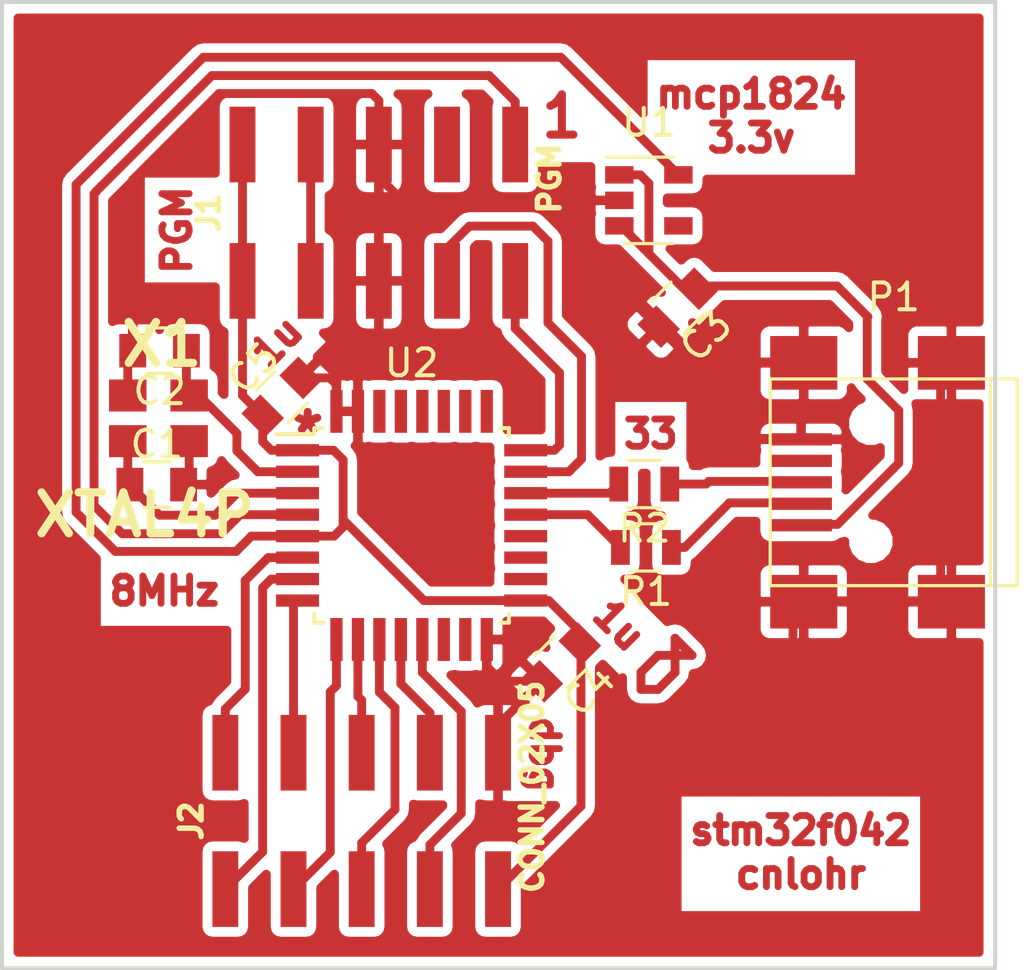
<source format=kicad_pcb>
(kicad_pcb (version 4) (host pcbnew 4.0.6-e0-6349~53~ubuntu16.04.1)

  (general
    (links 50)
    (no_connects 3)
    (area 66.924999 28.924999 105.413041 65.075001)
    (thickness 1.6)
    (drawings 14)
    (tracks 190)
    (zones 0)
    (modules 13)
    (nets 21)
  )

  (page User 139.7 139.7)
  (layers
    (0 F.Cu signal)
    (31 B.Cu signal)
    (32 B.Adhes user)
    (33 F.Adhes user)
    (34 B.Paste user)
    (35 F.Paste user)
    (36 B.SilkS user)
    (37 F.SilkS user)
    (38 B.Mask user)
    (39 F.Mask user)
    (40 Dwgs.User user)
    (41 Cmts.User user)
    (42 Eco1.User user)
    (43 Eco2.User user)
    (44 Edge.Cuts user)
    (45 Margin user)
    (46 B.CrtYd user)
    (47 F.CrtYd user)
    (48 B.Fab user)
    (49 F.Fab user)
  )

  (setup
    (last_trace_width 0.3302)
    (trace_clearance 0.3175)
    (zone_clearance 0.3556)
    (zone_45_only no)
    (trace_min 0.2)
    (segment_width 0.2)
    (edge_width 0.15)
    (via_size 0.6)
    (via_drill 0.4)
    (via_min_size 0.4)
    (via_min_drill 0.3)
    (uvia_size 0.3)
    (uvia_drill 0.1)
    (uvias_allowed no)
    (uvia_min_size 0)
    (uvia_min_drill 0)
    (pcb_text_width 0.3)
    (pcb_text_size 1.5 1.5)
    (mod_edge_width 0.15)
    (mod_text_size 1 1)
    (mod_text_width 0.15)
    (pad_size 1.6 0.4572)
    (pad_drill 0)
    (pad_to_mask_clearance 0.2)
    (aux_axis_origin 0 0)
    (grid_origin 79.99984 42.22242)
    (visible_elements FFFFFF7F)
    (pcbplotparams
      (layerselection 0x00000_00000001)
      (usegerberextensions false)
      (excludeedgelayer false)
      (linewidth 0.100000)
      (plotframeref false)
      (viasonmask false)
      (mode 1)
      (useauxorigin false)
      (hpglpennumber 1)
      (hpglpenspeed 20)
      (hpglpendiameter 15)
      (hpglpenoverlay 2)
      (psnegative false)
      (psa4output false)
      (plotreference true)
      (plotvalue true)
      (plotinvisibletext false)
      (padsonsilk false)
      (subtractmaskfromsilk false)
      (outputformat 2)
      (mirror false)
      (drillshape 1)
      (scaleselection 1)
      (outputdirectory ""))
  )

  (net 0 "")
  (net 1 "Net-(C1-Pad1)")
  (net 2 GND)
  (net 3 "Net-(C2-Pad1)")
  (net 4 +5V)
  (net 5 +3V3)
  (net 6 ~RST~)
  (net 7 SWC)
  (net 8 SWD)
  (net 9 DM)
  (net 10 DP)
  (net 11 "Net-(R1-Pad2)")
  (net 12 "Net-(R2-Pad2)")
  (net 13 "Net-(J2-Pad9)")
  (net 14 "Net-(J2-Pad10)")
  (net 15 "Net-(J2-Pad7)")
  (net 16 "Net-(J2-Pad8)")
  (net 17 "Net-(J2-Pad5)")
  (net 18 "Net-(J2-Pad6)")
  (net 19 "Net-(J2-Pad3)")
  (net 20 "Net-(J2-Pad4)")

  (net_class Default "This is the default net class."
    (clearance 0.3175)
    (trace_width 0.3302)
    (via_dia 0.6)
    (via_drill 0.4)
    (uvia_dia 0.3)
    (uvia_drill 0.1)
    (add_net +3V3)
    (add_net +5V)
    (add_net DM)
    (add_net DP)
    (add_net GND)
    (add_net "Net-(C1-Pad1)")
    (add_net "Net-(C2-Pad1)")
    (add_net "Net-(J2-Pad10)")
    (add_net "Net-(J2-Pad3)")
    (add_net "Net-(J2-Pad4)")
    (add_net "Net-(J2-Pad5)")
    (add_net "Net-(J2-Pad6)")
    (add_net "Net-(J2-Pad7)")
    (add_net "Net-(J2-Pad8)")
    (add_net "Net-(J2-Pad9)")
    (add_net "Net-(R1-Pad2)")
    (add_net "Net-(R2-Pad2)")
    (add_net SWC)
    (add_net SWD)
    (add_net ~RST~)
  )

  (module C_0805 (layer F.Cu) (tedit 58AA8463) (tstamp 598A633A)
    (at 72.765539 46.979313)
    (descr "Capacitor SMD 0805, reflow soldering, AVX (see smccp.pdf)")
    (tags "capacitor 0805")
    (path /598A614D)
    (attr smd)
    (fp_text reference C1 (at 0 -1.5) (layer F.SilkS)
      (effects (font (size 1 1) (thickness 0.15)))
    )
    (fp_text value 8pf (at 0 1.75) (layer F.Fab)
      (effects (font (size 1 1) (thickness 0.15)))
    )
    (fp_text user %R (at 0 -1.5) (layer F.Fab)
      (effects (font (size 1 1) (thickness 0.15)))
    )
    (fp_line (start -1 0.62) (end -1 -0.62) (layer F.Fab) (width 0.1))
    (fp_line (start 1 0.62) (end -1 0.62) (layer F.Fab) (width 0.1))
    (fp_line (start 1 -0.62) (end 1 0.62) (layer F.Fab) (width 0.1))
    (fp_line (start -1 -0.62) (end 1 -0.62) (layer F.Fab) (width 0.1))
    (fp_line (start 0.5 -0.85) (end -0.5 -0.85) (layer F.SilkS) (width 0.12))
    (fp_line (start -0.5 0.85) (end 0.5 0.85) (layer F.SilkS) (width 0.12))
    (fp_line (start -1.75 -0.88) (end 1.75 -0.88) (layer F.CrtYd) (width 0.05))
    (fp_line (start -1.75 -0.88) (end -1.75 0.87) (layer F.CrtYd) (width 0.05))
    (fp_line (start 1.75 0.87) (end 1.75 -0.88) (layer F.CrtYd) (width 0.05))
    (fp_line (start 1.75 0.87) (end -1.75 0.87) (layer F.CrtYd) (width 0.05))
    (pad 1 smd rect (at -1 0) (size 1 1.25) (layers F.Cu F.Paste F.Mask)
      (net 1 "Net-(C1-Pad1)"))
    (pad 2 smd rect (at 1 0) (size 1 1.25) (layers F.Cu F.Paste F.Mask)
      (net 2 GND))
    (model Capacitors_SMD.3dshapes/C_0805.wrl
      (at (xyz 0 0 0))
      (scale (xyz 1 1 1))
      (rotate (xyz 0 0 0))
    )
  )

  (module C_0805 (layer F.Cu) (tedit 58AA8463) (tstamp 598A634B)
    (at 72.87 41.99 180)
    (descr "Capacitor SMD 0805, reflow soldering, AVX (see smccp.pdf)")
    (tags "capacitor 0805")
    (path /598A619A)
    (attr smd)
    (fp_text reference C2 (at 0 -1.5 180) (layer F.SilkS)
      (effects (font (size 1 1) (thickness 0.15)))
    )
    (fp_text value 8pf (at 0 1.75 180) (layer F.Fab)
      (effects (font (size 1 1) (thickness 0.15)))
    )
    (fp_text user %R (at 0 -1.5 180) (layer F.Fab)
      (effects (font (size 1 1) (thickness 0.15)))
    )
    (fp_line (start -1 0.62) (end -1 -0.62) (layer F.Fab) (width 0.1))
    (fp_line (start 1 0.62) (end -1 0.62) (layer F.Fab) (width 0.1))
    (fp_line (start 1 -0.62) (end 1 0.62) (layer F.Fab) (width 0.1))
    (fp_line (start -1 -0.62) (end 1 -0.62) (layer F.Fab) (width 0.1))
    (fp_line (start 0.5 -0.85) (end -0.5 -0.85) (layer F.SilkS) (width 0.12))
    (fp_line (start -0.5 0.85) (end 0.5 0.85) (layer F.SilkS) (width 0.12))
    (fp_line (start -1.75 -0.88) (end 1.75 -0.88) (layer F.CrtYd) (width 0.05))
    (fp_line (start -1.75 -0.88) (end -1.75 0.87) (layer F.CrtYd) (width 0.05))
    (fp_line (start 1.75 0.87) (end 1.75 -0.88) (layer F.CrtYd) (width 0.05))
    (fp_line (start 1.75 0.87) (end -1.75 0.87) (layer F.CrtYd) (width 0.05))
    (pad 1 smd rect (at -1 0 180) (size 1 1.25) (layers F.Cu F.Paste F.Mask)
      (net 3 "Net-(C2-Pad1)"))
    (pad 2 smd rect (at 1 0 180) (size 1 1.25) (layers F.Cu F.Paste F.Mask)
      (net 2 GND))
    (model Capacitors_SMD.3dshapes/C_0805.wrl
      (at (xyz 0 0 0))
      (scale (xyz 1 1 1))
      (rotate (xyz 0 0 0))
    )
  )

  (module C_0805 (layer F.Cu) (tedit 58AA8463) (tstamp 598A635C)
    (at 92.17 40.39 225)
    (descr "Capacitor SMD 0805, reflow soldering, AVX (see smccp.pdf)")
    (tags "capacitor 0805")
    (path /598A7588)
    (attr smd)
    (fp_text reference C3 (at 0 -1.5 225) (layer F.SilkS)
      (effects (font (size 1 1) (thickness 0.15)))
    )
    (fp_text value 1uF (at 0 1.75 225) (layer F.Fab)
      (effects (font (size 1 1) (thickness 0.15)))
    )
    (fp_text user %R (at 0 -1.5 225) (layer F.Fab)
      (effects (font (size 1 1) (thickness 0.15)))
    )
    (fp_line (start -1 0.62) (end -1 -0.62) (layer F.Fab) (width 0.1))
    (fp_line (start 1 0.62) (end -1 0.62) (layer F.Fab) (width 0.1))
    (fp_line (start 1 -0.62) (end 1 0.62) (layer F.Fab) (width 0.1))
    (fp_line (start -1 -0.62) (end 1 -0.62) (layer F.Fab) (width 0.1))
    (fp_line (start 0.5 -0.85) (end -0.5 -0.85) (layer F.SilkS) (width 0.12))
    (fp_line (start -0.5 0.85) (end 0.5 0.85) (layer F.SilkS) (width 0.12))
    (fp_line (start -1.75 -0.88) (end 1.75 -0.88) (layer F.CrtYd) (width 0.05))
    (fp_line (start -1.75 -0.88) (end -1.75 0.87) (layer F.CrtYd) (width 0.05))
    (fp_line (start 1.75 0.87) (end 1.75 -0.88) (layer F.CrtYd) (width 0.05))
    (fp_line (start 1.75 0.87) (end -1.75 0.87) (layer F.CrtYd) (width 0.05))
    (pad 1 smd rect (at -1 0 225) (size 1 1.25) (layers F.Cu F.Paste F.Mask)
      (net 4 +5V))
    (pad 2 smd rect (at 1 0 225) (size 1 1.25) (layers F.Cu F.Paste F.Mask)
      (net 2 GND))
    (model Capacitors_SMD.3dshapes/C_0805.wrl
      (at (xyz 0 0 0))
      (scale (xyz 1 1 1))
      (rotate (xyz 0 0 0))
    )
  )

  (module C_0805 (layer F.Cu) (tedit 58AA8463) (tstamp 598A636D)
    (at 87.82 53.6 225)
    (descr "Capacitor SMD 0805, reflow soldering, AVX (see smccp.pdf)")
    (tags "capacitor 0805")
    (path /598A761F)
    (attr smd)
    (fp_text reference C4 (at 0 -1.5 225) (layer F.SilkS)
      (effects (font (size 1 1) (thickness 0.15)))
    )
    (fp_text value 1uF (at 0 1.75 225) (layer F.Fab)
      (effects (font (size 1 1) (thickness 0.15)))
    )
    (fp_text user %R (at 0 -1.5 225) (layer F.Fab)
      (effects (font (size 1 1) (thickness 0.15)))
    )
    (fp_line (start -1 0.62) (end -1 -0.62) (layer F.Fab) (width 0.1))
    (fp_line (start 1 0.62) (end -1 0.62) (layer F.Fab) (width 0.1))
    (fp_line (start 1 -0.62) (end 1 0.62) (layer F.Fab) (width 0.1))
    (fp_line (start -1 -0.62) (end 1 -0.62) (layer F.Fab) (width 0.1))
    (fp_line (start 0.5 -0.85) (end -0.5 -0.85) (layer F.SilkS) (width 0.12))
    (fp_line (start -0.5 0.85) (end 0.5 0.85) (layer F.SilkS) (width 0.12))
    (fp_line (start -1.75 -0.88) (end 1.75 -0.88) (layer F.CrtYd) (width 0.05))
    (fp_line (start -1.75 -0.88) (end -1.75 0.87) (layer F.CrtYd) (width 0.05))
    (fp_line (start 1.75 0.87) (end 1.75 -0.88) (layer F.CrtYd) (width 0.05))
    (fp_line (start 1.75 0.87) (end -1.75 0.87) (layer F.CrtYd) (width 0.05))
    (pad 1 smd rect (at -1 0 225) (size 1 1.25) (layers F.Cu F.Paste F.Mask)
      (net 5 +3V3))
    (pad 2 smd rect (at 1 0 225) (size 1 1.25) (layers F.Cu F.Paste F.Mask)
      (net 2 GND))
    (model Capacitors_SMD.3dshapes/C_0805.wrl
      (at (xyz 0 0 0))
      (scale (xyz 1 1 1))
      (rotate (xyz 0 0 0))
    )
  )

  (module C_0805 (layer F.Cu) (tedit 58AA8463) (tstamp 598A637E)
    (at 77.42 43.71 45)
    (descr "Capacitor SMD 0805, reflow soldering, AVX (see smccp.pdf)")
    (tags "capacitor 0805")
    (path /598A7657)
    (attr smd)
    (fp_text reference C5 (at 0 -1.5 45) (layer F.SilkS)
      (effects (font (size 1 1) (thickness 0.15)))
    )
    (fp_text value 1uF (at 0 1.75 45) (layer F.Fab)
      (effects (font (size 1 1) (thickness 0.15)))
    )
    (fp_text user %R (at 0 -1.5 45) (layer F.Fab)
      (effects (font (size 1 1) (thickness 0.15)))
    )
    (fp_line (start -1 0.62) (end -1 -0.62) (layer F.Fab) (width 0.1))
    (fp_line (start 1 0.62) (end -1 0.62) (layer F.Fab) (width 0.1))
    (fp_line (start 1 -0.62) (end 1 0.62) (layer F.Fab) (width 0.1))
    (fp_line (start -1 -0.62) (end 1 -0.62) (layer F.Fab) (width 0.1))
    (fp_line (start 0.5 -0.85) (end -0.5 -0.85) (layer F.SilkS) (width 0.12))
    (fp_line (start -0.5 0.85) (end 0.5 0.85) (layer F.SilkS) (width 0.12))
    (fp_line (start -1.75 -0.88) (end 1.75 -0.88) (layer F.CrtYd) (width 0.05))
    (fp_line (start -1.75 -0.88) (end -1.75 0.87) (layer F.CrtYd) (width 0.05))
    (fp_line (start 1.75 0.87) (end 1.75 -0.88) (layer F.CrtYd) (width 0.05))
    (fp_line (start 1.75 0.87) (end -1.75 0.87) (layer F.CrtYd) (width 0.05))
    (pad 1 smd rect (at -1 0 45) (size 1 1.25) (layers F.Cu F.Paste F.Mask)
      (net 5 +3V3))
    (pad 2 smd rect (at 1 0 45) (size 1 1.25) (layers F.Cu F.Paste F.Mask)
      (net 2 GND))
    (model Capacitors_SMD.3dshapes/C_0805.wrl
      (at (xyz 0 0 0))
      (scale (xyz 1 1 1))
      (rotate (xyz 0 0 0))
    )
  )

  (module RIBBON10SMT (layer F.Cu) (tedit 0) (tstamp 598A638C)
    (at 82.31 36.85 180)
    (path /598A63BC)
    (fp_text reference J1 (at 7.62 0 270) (layer F.SilkS)
      (effects (font (size 0.8128 0.8128) (thickness 0.2032)))
    )
    (fp_text value PGM (at -5.08 1.27 270) (layer F.SilkS)
      (effects (font (size 0.8128 0.8128) (thickness 0.2032)))
    )
    (pad 1 smd trapezoid (at -3.81 2.54 180) (size 0.9652 2.8194) (layers F.Cu F.Paste F.Mask)
      (net 6 ~RST~))
    (pad 2 smd trapezoid (at -3.81 -2.54 180) (size 0.9652 2.8194) (layers F.Cu F.Paste F.Mask)
      (net 7 SWC))
    (pad 3 smd trapezoid (at -1.27 2.54 180) (size 0.9652 2.8194) (layers F.Cu F.Paste F.Mask))
    (pad 4 smd trapezoid (at -1.27 -2.54 180) (size 0.9652 2.8194) (layers F.Cu F.Paste F.Mask)
      (net 8 SWD))
    (pad 5 smd trapezoid (at 1.27 2.54 180) (size 0.9652 2.8194) (layers F.Cu F.Paste F.Mask)
      (net 2 GND))
    (pad 6 smd trapezoid (at 1.27 -2.54 180) (size 0.9652 2.8194) (layers F.Cu F.Paste F.Mask)
      (net 2 GND))
    (pad 7 smd trapezoid (at 3.81 2.54 180) (size 0.9652 2.8194) (layers F.Cu F.Paste F.Mask)
      (net 4 +5V))
    (pad 8 smd trapezoid (at 3.81 -2.54 180) (size 0.9652 2.8194) (layers F.Cu F.Paste F.Mask)
      (net 4 +5V))
    (pad 9 smd trapezoid (at 6.35 2.54 180) (size 0.9652 2.8194) (layers F.Cu F.Paste F.Mask)
      (net 5 +3V3))
    (pad 10 smd trapezoid (at 6.35 -2.54 180) (size 0.9652 2.8194) (layers F.Cu F.Paste F.Mask)
      (net 5 +3V3))
  )

  (module USB_Mini-B (layer F.Cu) (tedit 598A633C) (tstamp 598A63A4)
    (at 99.57054 46.89348 180)
    (descr "USB Mini-B 5-pin SMD connector")
    (tags "USB USB_B USB_Mini connector")
    (path /598A664D)
    (attr smd)
    (fp_text reference P1 (at -0.65 6.9 180) (layer F.SilkS)
      (effects (font (size 1 1) (thickness 0.15)))
    )
    (fp_text value CONN_7 (at -0.65 -7.1 180) (layer F.Fab)
      (effects (font (size 1 1) (thickness 0.15)))
    )
    (fp_line (start -5.5 -5.7) (end 4.2 -5.7) (layer F.CrtYd) (width 0.05))
    (fp_line (start 4.2 -5.7) (end 4.2 5.7) (layer F.CrtYd) (width 0.05))
    (fp_line (start 4.2 5.7) (end -5.5 5.7) (layer F.CrtYd) (width 0.05))
    (fp_line (start -5.5 5.7) (end -5.5 -5.7) (layer F.CrtYd) (width 0.05))
    (fp_line (start -4.25 -3.85) (end -4.25 3.85) (layer F.SilkS) (width 0.12))
    (fp_line (start -5.25 -3.85) (end -5.25 3.85) (layer F.SilkS) (width 0.12))
    (fp_line (start -5.25 3.85) (end 3.95 3.85) (layer F.SilkS) (width 0.12))
    (fp_line (start 3.95 3.85) (end 3.95 -3.85) (layer F.SilkS) (width 0.12))
    (fp_line (start 3.95 -3.85) (end -5.25 -3.85) (layer F.SilkS) (width 0.12))
    (pad 1 smd rect (at 2.8 -1.6 180) (size 2.3 0.4572) (layers F.Cu F.Paste F.Mask)
      (net 4 +5V))
    (pad 2 smd rect (at 2.8 -0.8 180) (size 2.3 0.4572) (layers F.Cu F.Paste F.Mask)
      (net 9 DM))
    (pad 3 smd rect (at 2.8 0 180) (size 2.3 0.4572) (layers F.Cu F.Paste F.Mask)
      (net 10 DP))
    (pad 4 smd rect (at 2.8 0.8 180) (size 2.3 0.4572) (layers F.Cu F.Paste F.Mask))
    (pad 5 smd rect (at 2.8 1.6 180) (size 2.3 0.4572) (layers F.Cu F.Paste F.Mask)
      (net 2 GND))
    (pad 6 smd rect (at 2.7 -4.45 180) (size 2.5 2) (layers F.Cu F.Paste F.Mask)
      (net 2 GND))
    (pad 6 smd rect (at -2.8 -4.45 180) (size 2.5 2) (layers F.Cu F.Paste F.Mask)
      (net 2 GND))
    (pad 6 smd rect (at 2.7 4.45 180) (size 2.5 2) (layers F.Cu F.Paste F.Mask)
      (net 2 GND))
    (pad 6 smd rect (at -2.8 4.45 180) (size 2.5 2) (layers F.Cu F.Paste F.Mask)
      (net 2 GND))
    (pad "" np_thru_hole circle (at 0.2 -2.2 180) (size 0.9 0.9) (drill 0.9) (layers *.Cu *.Mask))
    (pad "" np_thru_hole circle (at 0.2 2.2 180) (size 0.9 0.9) (drill 0.9) (layers *.Cu *.Mask))
  )

  (module R_0805 (layer F.Cu) (tedit 58E0A804) (tstamp 598A63B5)
    (at 90.99 49.32 180)
    (descr "Resistor SMD 0805, reflow soldering, Vishay (see dcrcw.pdf)")
    (tags "resistor 0805")
    (path /598A6734)
    (attr smd)
    (fp_text reference R1 (at 0 -1.65 180) (layer F.SilkS)
      (effects (font (size 1 1) (thickness 0.15)))
    )
    (fp_text value 33 (at 0 1.75 180) (layer F.Fab)
      (effects (font (size 1 1) (thickness 0.15)))
    )
    (fp_text user %R (at 0 0 180) (layer F.Fab)
      (effects (font (size 0.5 0.5) (thickness 0.075)))
    )
    (fp_line (start -1 0.62) (end -1 -0.62) (layer F.Fab) (width 0.1))
    (fp_line (start 1 0.62) (end -1 0.62) (layer F.Fab) (width 0.1))
    (fp_line (start 1 -0.62) (end 1 0.62) (layer F.Fab) (width 0.1))
    (fp_line (start -1 -0.62) (end 1 -0.62) (layer F.Fab) (width 0.1))
    (fp_line (start 0.6 0.88) (end -0.6 0.88) (layer F.SilkS) (width 0.12))
    (fp_line (start -0.6 -0.88) (end 0.6 -0.88) (layer F.SilkS) (width 0.12))
    (fp_line (start -1.55 -0.9) (end 1.55 -0.9) (layer F.CrtYd) (width 0.05))
    (fp_line (start -1.55 -0.9) (end -1.55 0.9) (layer F.CrtYd) (width 0.05))
    (fp_line (start 1.55 0.9) (end 1.55 -0.9) (layer F.CrtYd) (width 0.05))
    (fp_line (start 1.55 0.9) (end -1.55 0.9) (layer F.CrtYd) (width 0.05))
    (pad 1 smd rect (at -0.95 0 180) (size 0.7 1.3) (layers F.Cu F.Paste F.Mask)
      (net 9 DM))
    (pad 2 smd rect (at 0.95 0 180) (size 0.7 1.3) (layers F.Cu F.Paste F.Mask)
      (net 11 "Net-(R1-Pad2)"))
    (model ${KISYS3DMOD}/Resistors_SMD.3dshapes/R_0805.wrl
      (at (xyz 0 0 0))
      (scale (xyz 1 1 1))
      (rotate (xyz 0 0 0))
    )
  )

  (module R_0805 (layer F.Cu) (tedit 58E0A804) (tstamp 598A63C6)
    (at 90.93 46.96 180)
    (descr "Resistor SMD 0805, reflow soldering, Vishay (see dcrcw.pdf)")
    (tags "resistor 0805")
    (path /598A6864)
    (attr smd)
    (fp_text reference R2 (at 0 -1.65 180) (layer F.SilkS)
      (effects (font (size 1 1) (thickness 0.15)))
    )
    (fp_text value 33 (at 0 1.75 180) (layer F.Fab)
      (effects (font (size 1 1) (thickness 0.15)))
    )
    (fp_text user %R (at 0 0 180) (layer F.Fab)
      (effects (font (size 0.5 0.5) (thickness 0.075)))
    )
    (fp_line (start -1 0.62) (end -1 -0.62) (layer F.Fab) (width 0.1))
    (fp_line (start 1 0.62) (end -1 0.62) (layer F.Fab) (width 0.1))
    (fp_line (start 1 -0.62) (end 1 0.62) (layer F.Fab) (width 0.1))
    (fp_line (start -1 -0.62) (end 1 -0.62) (layer F.Fab) (width 0.1))
    (fp_line (start 0.6 0.88) (end -0.6 0.88) (layer F.SilkS) (width 0.12))
    (fp_line (start -0.6 -0.88) (end 0.6 -0.88) (layer F.SilkS) (width 0.12))
    (fp_line (start -1.55 -0.9) (end 1.55 -0.9) (layer F.CrtYd) (width 0.05))
    (fp_line (start -1.55 -0.9) (end -1.55 0.9) (layer F.CrtYd) (width 0.05))
    (fp_line (start 1.55 0.9) (end 1.55 -0.9) (layer F.CrtYd) (width 0.05))
    (fp_line (start 1.55 0.9) (end -1.55 0.9) (layer F.CrtYd) (width 0.05))
    (pad 1 smd rect (at -0.95 0 180) (size 0.7 1.3) (layers F.Cu F.Paste F.Mask)
      (net 10 DP))
    (pad 2 smd rect (at 0.95 0 180) (size 0.7 1.3) (layers F.Cu F.Paste F.Mask)
      (net 12 "Net-(R2-Pad2)"))
    (model ${KISYS3DMOD}/Resistors_SMD.3dshapes/R_0805.wrl
      (at (xyz 0 0 0))
      (scale (xyz 1 1 1))
      (rotate (xyz 0 0 0))
    )
  )

  (module SOT-23-5 (layer F.Cu) (tedit 58CE4E7E) (tstamp 598A63DB)
    (at 91.1 36.39)
    (descr "5-pin SOT23 package")
    (tags SOT-23-5)
    (path /598A6AAC)
    (attr smd)
    (fp_text reference U1 (at 0 -2.9) (layer F.SilkS)
      (effects (font (size 1 1) (thickness 0.15)))
    )
    (fp_text value MCP1824 (at 0 2.9) (layer F.Fab)
      (effects (font (size 1 1) (thickness 0.15)))
    )
    (fp_text user %R (at 0 0) (layer F.Fab)
      (effects (font (size 0.5 0.5) (thickness 0.075)))
    )
    (fp_line (start -0.9 1.61) (end 0.9 1.61) (layer F.SilkS) (width 0.12))
    (fp_line (start 0.9 -1.61) (end -1.55 -1.61) (layer F.SilkS) (width 0.12))
    (fp_line (start -1.9 -1.8) (end 1.9 -1.8) (layer F.CrtYd) (width 0.05))
    (fp_line (start 1.9 -1.8) (end 1.9 1.8) (layer F.CrtYd) (width 0.05))
    (fp_line (start 1.9 1.8) (end -1.9 1.8) (layer F.CrtYd) (width 0.05))
    (fp_line (start -1.9 1.8) (end -1.9 -1.8) (layer F.CrtYd) (width 0.05))
    (fp_line (start -0.9 -0.9) (end -0.25 -1.55) (layer F.Fab) (width 0.1))
    (fp_line (start 0.9 -1.55) (end -0.25 -1.55) (layer F.Fab) (width 0.1))
    (fp_line (start -0.9 -0.9) (end -0.9 1.55) (layer F.Fab) (width 0.1))
    (fp_line (start 0.9 1.55) (end -0.9 1.55) (layer F.Fab) (width 0.1))
    (fp_line (start 0.9 -1.55) (end 0.9 1.55) (layer F.Fab) (width 0.1))
    (pad 1 smd rect (at -1.1 -0.95) (size 1.06 0.65) (layers F.Cu F.Paste F.Mask)
      (net 4 +5V))
    (pad 2 smd rect (at -1.1 0) (size 1.06 0.65) (layers F.Cu F.Paste F.Mask)
      (net 2 GND))
    (pad 3 smd rect (at -1.1 0.95) (size 1.06 0.65) (layers F.Cu F.Paste F.Mask)
      (net 4 +5V))
    (pad 4 smd rect (at 1.1 0.95) (size 1.06 0.65) (layers F.Cu F.Paste F.Mask))
    (pad 5 smd rect (at 1.1 -0.95) (size 1.06 0.65) (layers F.Cu F.Paste F.Mask)
      (net 5 +3V3))
    (model ${KISYS3DMOD}/TO_SOT_Packages_SMD.3dshapes/SOT-23-5.wrl
      (at (xyz 0 0 0))
      (scale (xyz 1 1 1))
      (rotate (xyz 0 0 0))
    )
  )

  (module TQFP-32_7x7mm_Pitch0.8mm (layer F.Cu) (tedit 598A6798) (tstamp 598A6412)
    (at 82.26 48.5)
    (descr "32-Lead Plastic Thin Quad Flatpack (PT) - 7x7x1.0 mm Body, 2.00 mm [TQFP] (see Microchip Packaging Specification 00000049BS.pdf)")
    (tags "QFP 0.8")
    (path /598A5F94)
    (attr smd)
    (fp_text reference U2 (at 0 -6.05) (layer F.SilkS)
      (effects (font (size 1 1) (thickness 0.15)))
    )
    (fp_text value STM32F042-LQFP32 (at 0 6.05) (layer F.Fab)
      (effects (font (size 1 1) (thickness 0.15)))
    )
    (fp_text user %R (at 0 0) (layer F.Fab)
      (effects (font (size 1 1) (thickness 0.15)))
    )
    (fp_line (start -2.5 -3.5) (end 3.5 -3.5) (layer F.Fab) (width 0.15))
    (fp_line (start 3.5 -3.5) (end 3.5 3.5) (layer F.Fab) (width 0.15))
    (fp_line (start 3.5 3.5) (end -3.5 3.5) (layer F.Fab) (width 0.15))
    (fp_line (start -3.5 3.5) (end -3.5 -2.5) (layer F.Fab) (width 0.15))
    (fp_line (start -3.5 -2.5) (end -2.5 -3.5) (layer F.Fab) (width 0.15))
    (fp_line (start -5.3 -5.3) (end -5.3 5.3) (layer F.CrtYd) (width 0.05))
    (fp_line (start 5.3 -5.3) (end 5.3 5.3) (layer F.CrtYd) (width 0.05))
    (fp_line (start -5.3 -5.3) (end 5.3 -5.3) (layer F.CrtYd) (width 0.05))
    (fp_line (start -5.3 5.3) (end 5.3 5.3) (layer F.CrtYd) (width 0.05))
    (fp_line (start -3.625 -3.625) (end -3.625 -3.4) (layer F.SilkS) (width 0.15))
    (fp_line (start 3.625 -3.625) (end 3.625 -3.3) (layer F.SilkS) (width 0.15))
    (fp_line (start 3.625 3.625) (end 3.625 3.3) (layer F.SilkS) (width 0.15))
    (fp_line (start -3.625 3.625) (end -3.625 3.3) (layer F.SilkS) (width 0.15))
    (fp_line (start -3.625 -3.625) (end -3.3 -3.625) (layer F.SilkS) (width 0.15))
    (fp_line (start -3.625 3.625) (end -3.3 3.625) (layer F.SilkS) (width 0.15))
    (fp_line (start 3.625 3.625) (end 3.3 3.625) (layer F.SilkS) (width 0.15))
    (fp_line (start 3.625 -3.625) (end 3.3 -3.625) (layer F.SilkS) (width 0.15))
    (fp_line (start -3.625 -3.4) (end -5.05 -3.4) (layer F.SilkS) (width 0.15))
    (pad 1 smd rect (at -4.25 -2.8) (size 1.6 0.4572) (layers F.Cu F.Paste F.Mask)
      (net 5 +3V3))
    (pad 2 smd rect (at -4.25 -2) (size 1.6 0.4572) (layers F.Cu F.Paste F.Mask)
      (net 3 "Net-(C2-Pad1)"))
    (pad 3 smd rect (at -4.25 -1.2) (size 1.6 0.4572) (layers F.Cu F.Paste F.Mask)
      (net 1 "Net-(C1-Pad1)"))
    (pad 4 smd rect (at -4.25 -0.4) (size 1.6 0.4572) (layers F.Cu F.Paste F.Mask)
      (net 6 ~RST~))
    (pad 5 smd rect (at -4.25 0.4) (size 1.6 0.4572) (layers F.Cu F.Paste F.Mask)
      (net 5 +3V3))
    (pad 6 smd rect (at -4.25 1.2) (size 1.6 0.4572) (layers F.Cu F.Paste F.Mask)
      (net 13 "Net-(J2-Pad9)"))
    (pad 7 smd rect (at -4.25 2) (size 1.6 0.4572) (layers F.Cu F.Paste F.Mask)
      (net 14 "Net-(J2-Pad10)"))
    (pad 8 smd rect (at -4.25 2.8) (size 1.6 0.4572) (layers F.Cu F.Paste F.Mask)
      (net 15 "Net-(J2-Pad7)"))
    (pad 9 smd rect (at -2.8 4.25 90) (size 1.6 0.4572) (layers F.Cu F.Paste F.Mask)
      (net 16 "Net-(J2-Pad8)"))
    (pad 10 smd rect (at -2 4.25 90) (size 1.6 0.4572) (layers F.Cu F.Paste F.Mask)
      (net 17 "Net-(J2-Pad5)"))
    (pad 11 smd rect (at -1.2 4.25 90) (size 1.6 0.4572) (layers F.Cu F.Paste F.Mask)
      (net 18 "Net-(J2-Pad6)"))
    (pad 12 smd rect (at -0.4 4.25 90) (size 1.6 0.4572) (layers F.Cu F.Paste F.Mask)
      (net 19 "Net-(J2-Pad3)"))
    (pad 13 smd rect (at 0.4 4.25 90) (size 1.6 0.4572) (layers F.Cu F.Paste F.Mask)
      (net 20 "Net-(J2-Pad4)"))
    (pad 14 smd rect (at 1.2 4.25 90) (size 1.6 0.4572) (layers F.Cu F.Paste F.Mask))
    (pad 15 smd rect (at 2 4.25 90) (size 1.6 0.4572) (layers F.Cu F.Paste F.Mask))
    (pad 16 smd rect (at 2.8 4.25 90) (size 1.6 0.4572) (layers F.Cu F.Paste F.Mask)
      (net 2 GND))
    (pad 17 smd rect (at 4.25 2.8) (size 1.6 0.4572) (layers F.Cu F.Paste F.Mask)
      (net 5 +3V3))
    (pad 18 smd rect (at 4.25 2) (size 1.6 0.4572) (layers F.Cu F.Paste F.Mask))
    (pad 19 smd rect (at 4.25 1.2) (size 1.6 0.4572) (layers F.Cu F.Paste F.Mask))
    (pad 20 smd rect (at 4.25 0.4) (size 1.6 0.4572) (layers F.Cu F.Paste F.Mask))
    (pad 21 smd rect (at 4.25 -0.4) (size 1.6 0.4572) (layers F.Cu F.Paste F.Mask)
      (net 11 "Net-(R1-Pad2)"))
    (pad 22 smd rect (at 4.25 -1.2) (size 1.6 0.4572) (layers F.Cu F.Paste F.Mask)
      (net 12 "Net-(R2-Pad2)"))
    (pad 23 smd rect (at 4.25 -2) (size 1.6 0.4572) (layers F.Cu F.Paste F.Mask)
      (net 8 SWD))
    (pad 24 smd rect (at 4.25 -2.8) (size 1.6 0.4572) (layers F.Cu F.Paste F.Mask)
      (net 7 SWC))
    (pad 25 smd rect (at 2.8 -4.25 90) (size 1.6 0.4572) (layers F.Cu F.Paste F.Mask))
    (pad 26 smd rect (at 2 -4.25 90) (size 1.6 0.4572) (layers F.Cu F.Paste F.Mask))
    (pad 27 smd rect (at 1.2 -4.25 90) (size 1.6 0.4572) (layers F.Cu F.Paste F.Mask))
    (pad 28 smd rect (at 0.4 -4.25 90) (size 1.6 0.4572) (layers F.Cu F.Paste F.Mask))
    (pad 29 smd rect (at -0.4 -4.25 90) (size 1.6 0.4572) (layers F.Cu F.Paste F.Mask))
    (pad 30 smd rect (at -1.2 -4.25 90) (size 1.6 0.4572) (layers F.Cu F.Paste F.Mask))
    (pad 31 smd rect (at -2 -4.25 90) (size 1.6 0.4572) (layers F.Cu F.Paste F.Mask)
      (net 2 GND))
    (pad 32 smd rect (at -2.8 -4.25 90) (size 1.6 0.4572) (layers F.Cu F.Paste F.Mask)
      (net 2 GND))
    (model Housings_QFP.3dshapes/TQFP-32_7x7mm_Pitch0.8mm.wrl
      (at (xyz 0 0 0))
      (scale (xyz 1 1 1))
      (rotate (xyz 0 0 0))
    )
  )

  (module XTAL4P (layer F.Cu) (tedit 50FF11F9) (tstamp 598A641A)
    (at 71.685538 43.659314)
    (path /598A609A)
    (fp_text reference X1 (at 1.27 -1.905) (layer F.SilkS)
      (effects (font (thickness 0.3048)))
    )
    (fp_text value XTAL4P (at 0.635 4.445) (layer F.SilkS)
      (effects (font (thickness 0.3048)))
    )
    (pad 4 smd rect (at 0 0) (size 1.397 1.1938) (layers F.Cu F.Paste F.Mask)
      (net 2 GND))
    (pad 1 smd rect (at 0 1.7018) (size 1.397 1.1938) (layers F.Cu F.Paste F.Mask)
      (net 1 "Net-(C1-Pad1)"))
    (pad 3 smd rect (at 2.286 1.7018) (size 1.397 1.1938) (layers F.Cu F.Paste F.Mask)
      (net 2 GND))
    (pad 2 smd rect (at 2.286 0) (size 1.397 1.1938) (layers F.Cu F.Paste F.Mask)
      (net 3 "Net-(C2-Pad1)"))
  )

  (module RIBBON10SMT (layer F.Cu) (tedit 0) (tstamp 598A64BC)
    (at 81.67 59.51 180)
    (path /598A7023)
    (fp_text reference J2 (at 7.62 0 270) (layer F.SilkS)
      (effects (font (size 0.8128 0.8128) (thickness 0.2032)))
    )
    (fp_text value CONN_02X05 (at -5.08 1.27 270) (layer F.SilkS)
      (effects (font (size 0.8128 0.8128) (thickness 0.2032)))
    )
    (pad 1 smd trapezoid (at -3.81 2.54 180) (size 0.9652 2.8194) (layers F.Cu F.Paste F.Mask)
      (net 2 GND))
    (pad 2 smd trapezoid (at -3.81 -2.54 180) (size 0.9652 2.8194) (layers F.Cu F.Paste F.Mask)
      (net 5 +3V3))
    (pad 3 smd trapezoid (at -1.27 2.54 180) (size 0.9652 2.8194) (layers F.Cu F.Paste F.Mask)
      (net 19 "Net-(J2-Pad3)"))
    (pad 4 smd trapezoid (at -1.27 -2.54 180) (size 0.9652 2.8194) (layers F.Cu F.Paste F.Mask)
      (net 20 "Net-(J2-Pad4)"))
    (pad 5 smd trapezoid (at 1.27 2.54 180) (size 0.9652 2.8194) (layers F.Cu F.Paste F.Mask)
      (net 17 "Net-(J2-Pad5)"))
    (pad 6 smd trapezoid (at 1.27 -2.54 180) (size 0.9652 2.8194) (layers F.Cu F.Paste F.Mask)
      (net 18 "Net-(J2-Pad6)"))
    (pad 7 smd trapezoid (at 3.81 2.54 180) (size 0.9652 2.8194) (layers F.Cu F.Paste F.Mask)
      (net 15 "Net-(J2-Pad7)"))
    (pad 8 smd trapezoid (at 3.81 -2.54 180) (size 0.9652 2.8194) (layers F.Cu F.Paste F.Mask)
      (net 16 "Net-(J2-Pad8)"))
    (pad 9 smd trapezoid (at 6.35 2.54 180) (size 0.9652 2.8194) (layers F.Cu F.Paste F.Mask)
      (net 13 "Net-(J2-Pad9)"))
    (pad 10 smd trapezoid (at 6.35 -2.54 180) (size 0.9652 2.8194) (layers F.Cu F.Paste F.Mask)
      (net 14 "Net-(J2-Pad10)"))
  )

  (gr_text 1u (at 77.23124 41.66108 45) (layer F.Cu)
    (effects (font (size 1.016 1.016) (thickness 0.254)))
  )
  (gr_text 1u (at 89.99728 52.2224 315) (layer F.Cu)
    (effects (font (size 1.016 1.016) (thickness 0.254)))
  )
  (gr_text 1 (at 87.8586 33.2613) (layer F.Cu)
    (effects (font (size 1.5 1.5) (thickness 0.3)))
  )
  (gr_text dbg (at 87.2109 57.0357 270) (layer F.Cu)
    (effects (font (size 1.016 1.016) (thickness 0.254)))
  )
  (gr_text PGM (at 73.51522 37.49548 90) (layer F.Cu)
    (effects (font (size 1.016 1.016) (thickness 0.254)))
  )
  (gr_text 33 (at 91.1733 45.09516) (layer F.Cu)
    (effects (font (size 1.016 1.016) (thickness 0.254)))
  )
  (gr_text "stm32f042\ncnlohr" (at 96.7613 60.68568) (layer F.Cu)
    (effects (font (size 1.016 1.016) (thickness 0.254)))
  )
  (gr_text "mcp1824\n3.3v" (at 94.91726 33.2486) (layer F.Cu)
    (effects (font (size 1.016 1.016) (thickness 0.254)))
  )
  (gr_text 8MHz (at 73.04532 50.94732) (layer F.Cu)
    (effects (font (size 1.016 1.016) (thickness 0.254)))
  )
  (gr_text * (at 78.38694 45.09516) (layer F.Cu)
    (effects (font (size 1.5 1.5) (thickness 0.3)))
  )
  (gr_line (start 67 65) (end 67 29) (angle 90) (layer Edge.Cuts) (width 0.15))
  (gr_line (start 104 65) (end 67 65) (angle 90) (layer Edge.Cuts) (width 0.15))
  (gr_line (start 104 29) (end 104 65) (angle 90) (layer Edge.Cuts) (width 0.15))
  (gr_line (start 67 29) (end 104 29) (angle 90) (layer Edge.Cuts) (width 0.15))

  (segment (start 90.805 54.61) (end 90.805 53.975) (width 0.3302) (layer F.Cu) (net 0))
  (segment (start 91.44 54.61) (end 90.805 54.61) (width 0.3302) (layer F.Cu) (net 0) (tstamp 598A6C9C))
  (segment (start 92.075 53.975) (end 91.44 54.61) (width 0.3302) (layer F.Cu) (net 0) (tstamp 598A6C9B))
  (segment (start 92.075 53.34) (end 92.075 53.975) (width 0.3302) (layer F.Cu) (net 0) (tstamp 598A6C9A))
  (segment (start 91.44 53.34) (end 92.075 53.34) (width 0.3302) (layer F.Cu) (net 0) (tstamp 598A6C96))
  (segment (start 90.805 53.975) (end 91.44 53.34) (width 0.3302) (layer F.Cu) (net 0) (tstamp 598A6C95))
  (segment (start 92.075 53.34) (end 92.075 52.705) (width 0.3302) (layer F.Cu) (net 0) (tstamp 598A6C97))
  (segment (start 92.075 52.705) (end 92.71 53.34) (width 0.3302) (layer F.Cu) (net 0) (tstamp 598A6C98))
  (segment (start 92.71 53.34) (end 92.075 53.34) (width 0.3302) (layer F.Cu) (net 0) (tstamp 598A6C99))
  (segment (start 71.765539 46.979313) (end 71.765539 47.015539) (width 0.3302) (layer F.Cu) (net 1))
  (segment (start 71.765539 47.015539) (end 72.87 48.12) (width 0.3302) (layer F.Cu) (net 1) (tstamp 598A6BC1))
  (segment (start 75.76 47.3) (end 78.01 47.3) (width 0.3302) (layer F.Cu) (net 1) (tstamp 598A6BC4))
  (segment (start 74.94 48.12) (end 75.76 47.3) (width 0.3302) (layer F.Cu) (net 1) (tstamp 598A6BC3))
  (segment (start 72.87 48.12) (end 74.94 48.12) (width 0.3302) (layer F.Cu) (net 1) (tstamp 598A6BC2))
  (segment (start 71.765539 46.979313) (end 71.765539 47.005539) (width 0.3302) (layer F.Cu) (net 1))
  (segment (start 71.685538 45.361114) (end 71.685538 46.899312) (width 0.3302) (layer F.Cu) (net 1))
  (segment (start 71.685538 46.899312) (end 71.765539 46.979313) (width 0.3302) (layer F.Cu) (net 1) (tstamp 598A6B7E))
  (segment (start 96.37 45.26) (end 93.48 45.26) (width 0.3302) (layer F.Cu) (net 2))
  (segment (start 93.03 44.81) (end 93.03 42.41) (width 0.3302) (layer F.Cu) (net 2) (tstamp 598A6C05))
  (segment (start 93.48 45.26) (end 93.03 44.81) (width 0.3302) (layer F.Cu) (net 2) (tstamp 598A6C04))
  (segment (start 85.48 56.97) (end 85.48 59.1) (width 0.3302) (layer F.Cu) (net 2))
  (segment (start 96.47 54) (end 96.47 51.31) (width 0.3302) (layer F.Cu) (net 2) (tstamp 598A6BFE))
  (segment (start 86.28 64.19) (end 96.47 54) (width 0.3302) (layer F.Cu) (net 2) (tstamp 598A6BFC))
  (segment (start 84.61 64.19) (end 86.28 64.19) (width 0.3302) (layer F.Cu) (net 2) (tstamp 598A6BFB))
  (segment (start 84.21 63.79) (end 84.61 64.19) (width 0.3302) (layer F.Cu) (net 2) (tstamp 598A6BFA))
  (segment (start 84.21 60.37) (end 84.21 63.79) (width 0.3302) (layer F.Cu) (net 2) (tstamp 598A6BF9))
  (segment (start 85.48 59.1) (end 84.21 60.37) (width 0.3302) (layer F.Cu) (net 2) (tstamp 598A6BF8))
  (segment (start 87.112893 54.307107) (end 85.48 55.94) (width 0.3302) (layer F.Cu) (net 2))
  (segment (start 85.48 55.94) (end 85.48 56.97) (width 0.3302) (layer F.Cu) (net 2) (tstamp 598A6BF0))
  (segment (start 72.677994 34.817994) (end 75.085988 32.41) (width 0.3302) (layer F.Cu) (net 2))
  (segment (start 81.04 32.67) (end 81.04 34.31) (width 0.3302) (layer F.Cu) (net 2) (tstamp 598A6BDD))
  (segment (start 80.78 32.41) (end 81.04 32.67) (width 0.3302) (layer F.Cu) (net 2) (tstamp 598A6BDA))
  (segment (start 75.085988 32.41) (end 80.78 32.41) (width 0.3302) (layer F.Cu) (net 2) (tstamp 598A6BD9))
  (segment (start 72.677994 34.817994) (end 71.87 35.625988) (width 0.3302) (layer F.Cu) (net 2))
  (segment (start 71.87 35.625988) (end 71.87 41.99) (width 0.3302) (layer F.Cu) (net 2) (tstamp 598A6BAA))
  (segment (start 71.685538 43.659314) (end 71.685538 42.174462) (width 0.3302) (layer F.Cu) (net 2))
  (segment (start 71.685538 42.174462) (end 71.87 41.99) (width 0.3302) (layer F.Cu) (net 2) (tstamp 598A6B9D))
  (segment (start 73.971538 45.361114) (end 73.971538 46.773314) (width 0.3302) (layer F.Cu) (net 2))
  (segment (start 73.971538 46.773314) (end 73.765539 46.979313) (width 0.3302) (layer F.Cu) (net 2) (tstamp 598A6B9A))
  (segment (start 81.04 34.31) (end 81.04 35.52) (width 0.3302) (layer F.Cu) (net 2))
  (segment (start 81.04 35.52) (end 81.97 36.45) (width 0.3302) (layer F.Cu) (net 2) (tstamp 598A6A48))
  (segment (start 88.46 36.45) (end 88.74 36.73) (width 0.3302) (layer F.Cu) (net 2) (tstamp 598A6A4A))
  (segment (start 81.97 36.45) (end 88.46 36.45) (width 0.3302) (layer F.Cu) (net 2) (tstamp 598A6A49))
  (segment (start 72.65 34.845988) (end 72.677994 34.817994) (width 0.3302) (layer F.Cu) (net 2) (tstamp 598A6A40))
  (segment (start 78.127107 43.002893) (end 77.922893 43.002893) (width 0.3302) (layer F.Cu) (net 2))
  (segment (start 101.97 51.31) (end 101.97 42.41) (width 0.3302) (layer F.Cu) (net 2))
  (segment (start 96.47 51.31) (end 101.97 51.31) (width 0.3302) (layer F.Cu) (net 2))
  (segment (start 85.06 52.75) (end 85.06 53.76) (width 0.3302) (layer F.Cu) (net 2))
  (segment (start 85.607107 54.307107) (end 87.112893 54.307107) (width 0.3302) (layer F.Cu) (net 2) (tstamp 598A6948))
  (segment (start 85.06 53.76) (end 85.607107 54.307107) (width 0.3302) (layer F.Cu) (net 2) (tstamp 598A6947))
  (segment (start 81.04 39.39) (end 81.04 34.31) (width 0.3302) (layer F.Cu) (net 2))
  (segment (start 80.26 44.25) (end 80.26 42.27) (width 0.3302) (layer F.Cu) (net 2))
  (segment (start 81.04 41.49) (end 81.04 39.39) (width 0.3302) (layer F.Cu) (net 2) (tstamp 598A693D))
  (segment (start 80.26 42.27) (end 81.04 41.49) (width 0.3302) (layer F.Cu) (net 2) (tstamp 598A693C))
  (segment (start 78.127107 43.002893) (end 79.212893 43.002893) (width 0.3302) (layer F.Cu) (net 2))
  (segment (start 79.46 43.25) (end 79.46 44.25) (width 0.3302) (layer F.Cu) (net 2) (tstamp 598A68B2))
  (segment (start 79.212893 43.002893) (end 79.46 43.25) (width 0.3302) (layer F.Cu) (net 2) (tstamp 598A68B1))
  (segment (start 79.46 44.25) (end 80.26 44.25) (width 0.3302) (layer F.Cu) (net 2))
  (segment (start 90.82 40.2) (end 90.82 40.454214) (width 0.3302) (layer F.Cu) (net 2))
  (segment (start 90.82 40.454214) (end 91.462893 41.097107) (width 0.3302) (layer F.Cu) (net 2) (tstamp 598A6821))
  (segment (start 90 36.39) (end 88.94 36.39) (width 0.3302) (layer F.Cu) (net 2))
  (segment (start 93.03 42.41) (end 96.47 42.41) (width 0.3302) (layer F.Cu) (net 2) (tstamp 598A67D0))
  (segment (start 88.74 38.12) (end 90.82 40.2) (width 0.3302) (layer F.Cu) (net 2) (tstamp 598A67CE))
  (segment (start 90.82 40.2) (end 93.03 42.41) (width 0.3302) (layer F.Cu) (net 2) (tstamp 598A681F))
  (segment (start 88.74 36.59) (end 88.74 36.73) (width 0.3302) (layer F.Cu) (net 2) (tstamp 598A67CD))
  (segment (start 88.74 36.73) (end 88.74 38.12) (width 0.3302) (layer F.Cu) (net 2) (tstamp 598A6A4D))
  (segment (start 88.94 36.39) (end 88.74 36.59) (width 0.3302) (layer F.Cu) (net 2) (tstamp 598A67CC))
  (segment (start 73.971538 43.659314) (end 74.339314 43.659314) (width 0.3302) (layer F.Cu) (net 3))
  (segment (start 74.339314 43.659314) (end 75.75 45.07) (width 0.3302) (layer F.Cu) (net 3) (tstamp 598A6B93))
  (segment (start 76.53 46.5) (end 78.01 46.5) (width 0.3302) (layer F.Cu) (net 3) (tstamp 598A6B96))
  (segment (start 75.75 45.72) (end 76.53 46.5) (width 0.3302) (layer F.Cu) (net 3) (tstamp 598A6B95))
  (segment (start 75.75 45.07) (end 75.75 45.72) (width 0.3302) (layer F.Cu) (net 3) (tstamp 598A6B94))
  (segment (start 73.87 41.99) (end 73.87 43.557776) (width 0.3302) (layer F.Cu) (net 3))
  (segment (start 73.87 43.557776) (end 73.971538 43.659314) (width 0.3302) (layer F.Cu) (net 3) (tstamp 598A6B90))
  (segment (start 78.5 39.39) (end 78.5 34.31) (width 0.3302) (layer F.Cu) (net 4))
  (segment (start 100.23348 46.35652) (end 100.40874 46.18126) (width 0.3302) (layer F.Cu) (net 4))
  (segment (start 99.23526 43.04538) (end 99.23526 40.70526) (width 0.3302) (layer F.Cu) (net 4) (tstamp 598A6D01))
  (segment (start 100.40874 44.21886) (end 99.23526 43.04538) (width 0.3302) (layer F.Cu) (net 4) (tstamp 598A6D00))
  (segment (start 100.40874 46.18126) (end 100.40874 44.21886) (width 0.3302) (layer F.Cu) (net 4) (tstamp 598A6CFF))
  (segment (start 98.13 48.46) (end 100.23348 46.35652) (width 0.3302) (layer F.Cu) (net 4))
  (segment (start 100.23348 46.35652) (end 100.18 46.41) (width 0.3302) (layer F.Cu) (net 4) (tstamp 598A6CFD))
  (segment (start 92.3 39.58) (end 94.75 39.58) (width 0.3302) (layer F.Cu) (net 4) (tstamp 598A67D4))
  (segment (start 99.23526 40.70526) (end 98.11 39.58) (width 0.3302) (layer F.Cu) (net 4) (tstamp 598A6D04))
  (segment (start 98.11 39.58) (end 97.19 39.58) (width 0.3302) (layer F.Cu) (net 4) (tstamp 598A6C11))
  (segment (start 97.19 39.58) (end 94.75 39.58) (width 0.3302) (layer F.Cu) (net 4) (tstamp 598A67B3))
  (segment (start 98.13 48.46) (end 96.37 48.46) (width 0.3302) (layer F.Cu) (net 4))
  (segment (start 99.26 40.73) (end 99.23526 40.70526) (width 0.3302) (layer F.Cu) (net 4) (tstamp 598A6C10))
  (segment (start 90 35.44) (end 90.78 35.44) (width 0.3302) (layer F.Cu) (net 4))
  (segment (start 91.1 35.76) (end 91.1 38.38) (width 0.3302) (layer F.Cu) (net 4) (tstamp 598A67BA))
  (segment (start 90.78 35.44) (end 91.1 35.76) (width 0.3302) (layer F.Cu) (net 4) (tstamp 598A67B9))
  (segment (start 92.3 39.58) (end 91.1 38.38) (width 0.3302) (layer F.Cu) (net 4) (tstamp 598A67B5))
  (segment (start 91.1 38.38) (end 90.06 37.34) (width 0.3302) (layer F.Cu) (net 4) (tstamp 598A67BD))
  (segment (start 90.06 37.34) (end 90 37.34) (width 0.3302) (layer F.Cu) (net 4) (tstamp 598A67B6))
  (segment (start 85.48 62.05) (end 88.57 58.96) (width 0.3302) (layer F.Cu) (net 5))
  (segment (start 88.57 58.96) (end 88.57 52.935786) (width 0.3302) (layer F.Cu) (net 5) (tstamp 598A6BF3))
  (segment (start 88.57 52.935786) (end 88.527107 52.892893) (width 0.3302) (layer F.Cu) (net 5) (tstamp 598A6BF5))
  (segment (start 74.05 31.51) (end 74.5 31.06) (width 0.3302) (layer F.Cu) (net 5))
  (segment (start 76.29 48.9) (end 75.72 49.47) (width 0.3302) (layer F.Cu) (net 5) (tstamp 598A6BCC))
  (segment (start 75.72 49.47) (end 71.224012 49.47) (width 0.3302) (layer F.Cu) (net 5) (tstamp 598A6BCD))
  (segment (start 71.224012 49.47) (end 69.76 48.005988) (width 0.3302) (layer F.Cu) (net 5) (tstamp 598A6BCE))
  (segment (start 69.76 48.005988) (end 69.76 35.8) (width 0.3302) (layer F.Cu) (net 5) (tstamp 598A6BCF))
  (segment (start 69.76 35.8) (end 74.05 31.51) (width 0.3302) (layer F.Cu) (net 5) (tstamp 598A6BD1))
  (segment (start 78.01 48.9) (end 76.29 48.9) (width 0.3302) (layer F.Cu) (net 5))
  (segment (start 87.82 31.06) (end 92.2 35.44) (width 0.3302) (layer F.Cu) (net 5) (tstamp 598A6BEA))
  (segment (start 74.5 31.06) (end 87.82 31.06) (width 0.3302) (layer F.Cu) (net 5) (tstamp 598A6BE9))
  (segment (start 75.96 39.39) (end 75.96 34.31) (width 0.3302) (layer F.Cu) (net 5))
  (segment (start 75.96 39.39) (end 75.96 43.664214) (width 0.3302) (layer F.Cu) (net 5))
  (segment (start 75.96 43.664214) (end 76.712893 44.417107) (width 0.3302) (layer F.Cu) (net 5) (tstamp 598A6A37))
  (segment (start 86.51 51.3) (end 82.72 51.3) (width 0.3302) (layer F.Cu) (net 5))
  (segment (start 82.72 51.3) (end 79.71 48.29) (width 0.3302) (layer F.Cu) (net 5) (tstamp 598A69D7))
  (segment (start 86.51 51.3) (end 87.37 51.3) (width 0.3302) (layer F.Cu) (net 5))
  (segment (start 87.37 51.3) (end 88.527107 52.457107) (width 0.3302) (layer F.Cu) (net 5) (tstamp 598A6943))
  (segment (start 88.527107 52.457107) (end 88.527107 52.892893) (width 0.3302) (layer F.Cu) (net 5) (tstamp 598A6944))
  (segment (start 76.712893 44.417107) (end 76.712893 45.382893) (width 0.3302) (layer F.Cu) (net 5))
  (segment (start 77.03 45.7) (end 78.01 45.7) (width 0.3302) (layer F.Cu) (net 5) (tstamp 598A68AE))
  (segment (start 76.712893 45.382893) (end 77.03 45.7) (width 0.3302) (layer F.Cu) (net 5) (tstamp 598A68AD))
  (segment (start 78.01 45.7) (end 77.985786 45.7) (width 0.3302) (layer F.Cu) (net 5))
  (segment (start 78.01 48.9) (end 79.37 48.9) (width 0.3302) (layer F.Cu) (net 5))
  (segment (start 79.71 48.56) (end 79.71 48.29) (width 0.3302) (layer F.Cu) (net 5) (tstamp 598A686E))
  (segment (start 79.37 48.9) (end 79.71 48.56) (width 0.3302) (layer F.Cu) (net 5) (tstamp 598A686D))
  (segment (start 79.35 45.7) (end 78.01 45.7) (width 0.3302) (layer F.Cu) (net 5) (tstamp 598A6870))
  (segment (start 79.71 46.06) (end 79.35 45.7) (width 0.3302) (layer F.Cu) (net 5) (tstamp 598A686F))
  (segment (start 79.71 48.29) (end 79.71 46.06) (width 0.3302) (layer F.Cu) (net 5) (tstamp 598A69DB))
  (segment (start 70.492298 36.087702) (end 70.492298 36.067702) (width 0.3302) (layer F.Cu) (net 6))
  (segment (start 75.875988 48.1) (end 75.165988 48.81) (width 0.3302) (layer F.Cu) (net 6) (tstamp 598A6BC7))
  (segment (start 75.165988 48.81) (end 71.48 48.81) (width 0.3302) (layer F.Cu) (net 6) (tstamp 598A6BC8))
  (segment (start 71.48 48.81) (end 70.95 48.28) (width 0.3302) (layer F.Cu) (net 6) (tstamp 598A6BC9))
  (segment (start 70.95 48.28) (end 70.43 47.76) (width 0.3302) (layer F.Cu) (net 6) (tstamp 598A6BA2))
  (segment (start 70.43 47.76) (end 70.43 36.15) (width 0.3302) (layer F.Cu) (net 6) (tstamp 598A6BA4))
  (segment (start 70.43 36.15) (end 70.492298 36.087702) (width 0.3302) (layer F.Cu) (net 6) (tstamp 598A6BA5))
  (segment (start 78.01 48.1) (end 75.875988 48.1) (width 0.3302) (layer F.Cu) (net 6))
  (segment (start 86.12 32.71) (end 86.12 34.31) (width 0.3302) (layer F.Cu) (net 6) (tstamp 598A6BE6))
  (segment (start 85.15 31.74) (end 86.12 32.71) (width 0.3302) (layer F.Cu) (net 6) (tstamp 598A6BE5))
  (segment (start 74.82 31.74) (end 85.15 31.74) (width 0.3302) (layer F.Cu) (net 6) (tstamp 598A6BE3))
  (segment (start 70.492298 36.067702) (end 74.82 31.74) (width 0.3302) (layer F.Cu) (net 6) (tstamp 598A6BE1))
  (segment (start 86.51 45.7) (end 87.58 45.7) (width 0.3302) (layer F.Cu) (net 7))
  (segment (start 86.12 41.16) (end 86.12 39.39) (width 0.3302) (layer F.Cu) (net 7) (tstamp 598A692C))
  (segment (start 87.77 42.81) (end 86.12 41.16) (width 0.3302) (layer F.Cu) (net 7) (tstamp 598A692B))
  (segment (start 87.77 45.51) (end 87.77 42.81) (width 0.3302) (layer F.Cu) (net 7) (tstamp 598A692A))
  (segment (start 87.58 45.7) (end 87.77 45.51) (width 0.3302) (layer F.Cu) (net 7) (tstamp 598A6929))
  (segment (start 83.58 39.39) (end 83.58 38.18) (width 0.3302) (layer F.Cu) (net 8))
  (segment (start 83.58 38.18) (end 84.41 37.35) (width 0.3302) (layer F.Cu) (net 8) (tstamp 598A6930))
  (segment (start 84.41 37.35) (end 86.78 37.35) (width 0.3302) (layer F.Cu) (net 8) (tstamp 598A6931))
  (segment (start 86.78 37.35) (end 87.34 37.91) (width 0.3302) (layer F.Cu) (net 8) (tstamp 598A6932))
  (segment (start 87.34 37.91) (end 87.34 40.95) (width 0.3302) (layer F.Cu) (net 8) (tstamp 598A6933))
  (segment (start 87.34 40.95) (end 88.59 42.2) (width 0.3302) (layer F.Cu) (net 8) (tstamp 598A6934))
  (segment (start 88.59 42.2) (end 88.59 46.03) (width 0.3302) (layer F.Cu) (net 8) (tstamp 598A6935))
  (segment (start 88.59 46.03) (end 88.12 46.5) (width 0.3302) (layer F.Cu) (net 8) (tstamp 598A6936))
  (segment (start 88.12 46.5) (end 86.51 46.5) (width 0.3302) (layer F.Cu) (net 8) (tstamp 598A6937))
  (segment (start 91.94 49.32) (end 92.44 49.32) (width 0.3302) (layer F.Cu) (net 9))
  (segment (start 94.1 47.66) (end 96.37 47.66) (width 0.3302) (layer F.Cu) (net 9) (tstamp 598A67AB))
  (segment (start 92.44 49.32) (end 94.1 47.66) (width 0.3302) (layer F.Cu) (net 9) (tstamp 598A67AA))
  (segment (start 91.88 46.96) (end 93.23 46.96) (width 0.3302) (layer F.Cu) (net 10))
  (segment (start 93.33 46.86) (end 96.37 46.86) (width 0.3302) (layer F.Cu) (net 10) (tstamp 598A67A7))
  (segment (start 93.23 46.96) (end 93.33 46.86) (width 0.3302) (layer F.Cu) (net 10) (tstamp 598A67A6))
  (segment (start 86.51 48.1) (end 88.82 48.1) (width 0.3302) (layer F.Cu) (net 11))
  (segment (start 88.82 48.1) (end 90.04 49.32) (width 0.3302) (layer F.Cu) (net 11) (tstamp 598A67A0))
  (segment (start 86.51 47.3) (end 89.64 47.3) (width 0.3302) (layer F.Cu) (net 12))
  (segment (start 89.64 47.3) (end 89.98 46.96) (width 0.3302) (layer F.Cu) (net 12) (tstamp 598A67A3))
  (segment (start 78.01 49.7) (end 76.914012 49.7) (width 0.3302) (layer F.Cu) (net 13))
  (segment (start 75.32 55.34) (end 75.32 56.97) (width 0.3302) (layer F.Cu) (net 13) (tstamp 598A6A27))
  (segment (start 76.062298 54.597702) (end 75.32 55.34) (width 0.3302) (layer F.Cu) (net 13) (tstamp 598A6A26))
  (segment (start 76.062298 50.551714) (end 76.062298 54.597702) (width 0.3302) (layer F.Cu) (net 13) (tstamp 598A6A25))
  (segment (start 76.914012 49.7) (end 76.062298 50.551714) (width 0.3302) (layer F.Cu) (net 13) (tstamp 598A6A24))
  (segment (start 78.01 50.5) (end 77.03 50.5) (width 0.3302) (layer F.Cu) (net 14))
  (segment (start 76.71 60.66) (end 75.32 62.05) (width 0.3302) (layer F.Cu) (net 14) (tstamp 598A6A1C))
  (segment (start 76.71 50.82) (end 76.71 60.66) (width 0.3302) (layer F.Cu) (net 14) (tstamp 598A6A1B))
  (segment (start 77.03 50.5) (end 76.71 50.82) (width 0.3302) (layer F.Cu) (net 14) (tstamp 598A6A1A))
  (segment (start 77.86 56.97) (end 77.86 51.45) (width 0.3302) (layer F.Cu) (net 15))
  (segment (start 77.86 51.45) (end 78.01 51.3) (width 0.3302) (layer F.Cu) (net 15) (tstamp 598A6A17))
  (segment (start 79.46 52.75) (end 79.46 54.47) (width 0.3302) (layer F.Cu) (net 16))
  (segment (start 79.23 60.68) (end 77.86 62.05) (width 0.3302) (layer F.Cu) (net 16) (tstamp 598A6A13))
  (segment (start 79.23 54.7) (end 79.23 60.68) (width 0.3302) (layer F.Cu) (net 16) (tstamp 598A6A12))
  (segment (start 79.46 54.47) (end 79.23 54.7) (width 0.3302) (layer F.Cu) (net 16) (tstamp 598A6A11))
  (segment (start 80.4 56.97) (end 80.4 55.01) (width 0.3302) (layer F.Cu) (net 17))
  (segment (start 80.26 54.87) (end 80.26 52.75) (width 0.3302) (layer F.Cu) (net 17) (tstamp 598A6A0E))
  (segment (start 80.4 55.01) (end 80.26 54.87) (width 0.3302) (layer F.Cu) (net 17) (tstamp 598A6A0D))
  (segment (start 81.06 52.75) (end 81.06 54.71) (width 0.3302) (layer F.Cu) (net 18))
  (segment (start 80.4 60.33) (end 80.4 62.05) (width 0.3302) (layer F.Cu) (net 18) (tstamp 598A6A0A))
  (segment (start 81.64 59.09) (end 80.4 60.33) (width 0.3302) (layer F.Cu) (net 18) (tstamp 598A6A09))
  (segment (start 81.64 55.29) (end 81.64 59.09) (width 0.3302) (layer F.Cu) (net 18) (tstamp 598A6A08))
  (segment (start 81.06 54.71) (end 81.64 55.29) (width 0.3302) (layer F.Cu) (net 18) (tstamp 598A6A07))
  (segment (start 82.94 56.97) (end 82.94 55.48) (width 0.3302) (layer F.Cu) (net 19))
  (segment (start 81.86 54.4) (end 81.86 52.75) (width 0.3302) (layer F.Cu) (net 19) (tstamp 598A6A04))
  (segment (start 82.94 55.48) (end 81.86 54.4) (width 0.3302) (layer F.Cu) (net 19) (tstamp 598A6A03))
  (segment (start 82.66 52.75) (end 82.66 53.98) (width 0.3302) (layer F.Cu) (net 20))
  (segment (start 82.94 60.4) (end 82.94 62.05) (width 0.3302) (layer F.Cu) (net 20) (tstamp 598A6A00))
  (segment (start 84.11 59.23) (end 82.94 60.4) (width 0.3302) (layer F.Cu) (net 20) (tstamp 598A69FF))
  (segment (start 84.11 55.43) (end 84.11 59.23) (width 0.3302) (layer F.Cu) (net 20) (tstamp 598A69FE))
  (segment (start 82.66 53.98) (end 84.11 55.43) (width 0.3302) (layer F.Cu) (net 20) (tstamp 598A69FD))

  (zone (net 2) (net_name GND) (layer F.Cu) (tstamp 598A6C14) (hatch edge 0.508)
    (connect_pads (clearance 0.3556))
    (min_thickness 0.3302)
    (fill yes (arc_segments 16) (thermal_gap 0.3556) (thermal_bridge_width 0.3556))
    (polygon
      (pts
        (xy 67 29) (xy 104 29) (xy 104 65) (xy 67 65)
      )
    )
    (filled_polygon
      (pts
        (xy 103.4043 40.92278) (xy 102.513415 40.92278) (xy 102.38324 41.052955) (xy 102.38324 42.43078) (xy 102.40324 42.43078)
        (xy 102.40324 42.45618) (xy 102.38324 42.45618) (xy 102.38324 43.834005) (xy 102.513415 43.96418) (xy 103.4043 43.96418)
        (xy 103.4043 49.82278) (xy 102.513415 49.82278) (xy 102.38324 49.952955) (xy 102.38324 51.33078) (xy 102.40324 51.33078)
        (xy 102.40324 51.35618) (xy 102.38324 51.35618) (xy 102.38324 52.734005) (xy 102.513415 52.86418) (xy 103.4043 52.86418)
        (xy 103.4043 64.4043) (xy 67.5957 64.4043) (xy 67.5957 35.8) (xy 69.0742 35.8) (xy 69.0742 48.005988)
        (xy 69.126403 48.268433) (xy 69.275066 48.490922) (xy 70.516811 49.732667) (xy 70.516811 52.40782) (xy 75.376498 52.40782)
        (xy 75.376498 54.313634) (xy 74.835066 54.855066) (xy 74.701493 55.054972) (xy 74.64444 55.065707) (xy 74.467218 55.179746)
        (xy 74.348327 55.35375) (xy 74.306499 55.5603) (xy 74.306499 58.3797) (xy 74.342807 58.57266) (xy 74.456846 58.749882)
        (xy 74.63085 58.868773) (xy 74.8374 58.910601) (xy 75.8026 58.910601) (xy 75.99556 58.874293) (xy 76.0242 58.855864)
        (xy 76.0242 60.16151) (xy 76.00915 60.151227) (xy 75.8026 60.109399) (xy 74.8374 60.109399) (xy 74.64444 60.145707)
        (xy 74.467218 60.259746) (xy 74.348327 60.43375) (xy 74.306499 60.6403) (xy 74.306499 63.4597) (xy 74.342807 63.65266)
        (xy 74.456846 63.829882) (xy 74.63085 63.948773) (xy 74.8374 63.990601) (xy 75.8026 63.990601) (xy 75.99556 63.954293)
        (xy 76.172782 63.840254) (xy 76.291673 63.66625) (xy 76.333501 63.4597) (xy 76.333501 62.006367) (xy 76.846499 61.493369)
        (xy 76.846499 63.4597) (xy 76.882807 63.65266) (xy 76.996846 63.829882) (xy 77.17085 63.948773) (xy 77.3774 63.990601)
        (xy 78.3426 63.990601) (xy 78.53556 63.954293) (xy 78.712782 63.840254) (xy 78.831673 63.66625) (xy 78.873501 63.4597)
        (xy 78.873501 62.006367) (xy 79.386499 61.493369) (xy 79.386499 63.4597) (xy 79.422807 63.65266) (xy 79.536846 63.829882)
        (xy 79.71085 63.948773) (xy 79.9174 63.990601) (xy 80.8826 63.990601) (xy 81.07556 63.954293) (xy 81.252782 63.840254)
        (xy 81.371673 63.66625) (xy 81.413501 63.4597) (xy 81.413501 60.6403) (xy 81.377193 60.44734) (xy 81.328382 60.371486)
        (xy 82.124934 59.574934) (xy 82.273597 59.352445) (xy 82.3258 59.09) (xy 82.3258 58.883951) (xy 82.4574 58.910601)
        (xy 83.4226 58.910601) (xy 83.4242 58.9103) (xy 83.4242 58.945932) (xy 82.455066 59.915066) (xy 82.306403 60.137555)
        (xy 82.30635 60.137821) (xy 82.26444 60.145707) (xy 82.087218 60.259746) (xy 81.968327 60.43375) (xy 81.926499 60.6403)
        (xy 81.926499 63.4597) (xy 81.962807 63.65266) (xy 82.076846 63.829882) (xy 82.25085 63.948773) (xy 82.4574 63.990601)
        (xy 83.4226 63.990601) (xy 83.61556 63.954293) (xy 83.792782 63.840254) (xy 83.911673 63.66625) (xy 83.953501 63.4597)
        (xy 83.953501 60.6403) (xy 83.917193 60.44734) (xy 83.89579 60.414078) (xy 84.594934 59.714934) (xy 84.743597 59.492445)
        (xy 84.7958 59.23) (xy 84.7958 58.869775) (xy 84.9974 58.910601) (xy 85.4673 58.910601) (xy 85.4673 56.9827)
        (xy 85.4473 56.9827) (xy 85.4473 56.9573) (xy 85.4673 56.9573) (xy 85.4673 55.029399) (xy 84.9974 55.029399)
        (xy 84.80444 55.065707) (xy 84.714301 55.12371) (xy 84.594934 54.945066) (xy 83.765013 54.115145) (xy 85.796698 54.115145)
        (xy 85.796698 54.322292) (xy 85.87597 54.513672) (xy 86.290121 54.927823) (xy 86.474216 54.927823) (xy 87.094932 54.307107)
        (xy 86.385828 53.598003) (xy 86.201733 53.598003) (xy 85.875969 53.923766) (xy 85.796698 54.115145) (xy 83.765013 54.115145)
        (xy 83.724091 54.074223) (xy 83.866293 54.047466) (xy 84.0314 54.080901) (xy 84.4886 54.080901) (xy 84.670035 54.046762)
        (xy 84.727827 54.0707) (xy 84.917125 54.0707) (xy 85.0473 53.940525) (xy 85.0473 52.7627) (xy 85.0727 52.7627)
        (xy 85.0727 53.940525) (xy 85.202875 54.0707) (xy 85.392173 54.0707) (xy 85.583553 53.991428) (xy 85.730028 53.844953)
        (xy 85.8093 53.653574) (xy 85.8093 52.892875) (xy 85.679125 52.7627) (xy 85.0727 52.7627) (xy 85.0473 52.7627)
        (xy 85.0273 52.7627) (xy 85.0273 52.7373) (xy 85.0473 52.7373) (xy 85.0473 52.7173) (xy 85.0727 52.7173)
        (xy 85.0727 52.7373) (xy 85.679125 52.7373) (xy 85.8093 52.607125) (xy 85.8093 52.059501) (xy 87.159633 52.059501)
        (xy 87.442721 52.342589) (xy 87.356208 52.429101) (xy 87.245439 52.591218) (xy 87.200762 52.797171) (xy 87.239732 53.004279)
        (xy 87.269798 53.049614) (xy 87.128078 52.990912) (xy 86.920931 52.990912) (xy 86.729552 53.070183) (xy 86.403789 53.395947)
        (xy 86.403789 53.580042) (xy 87.112893 54.289146) (xy 87.127035 54.275004) (xy 87.144996 54.292965) (xy 87.130854 54.307107)
        (xy 87.144996 54.321249) (xy 87.127035 54.33921) (xy 87.112893 54.325068) (xy 86.492177 54.945784) (xy 86.492177 55.129879)
        (xy 86.498441 55.136143) (xy 86.264158 55.136143) (xy 86.16915 55.071227) (xy 85.9626 55.029399) (xy 85.4927 55.029399)
        (xy 85.4927 56.9573) (xy 85.5127 56.9573) (xy 85.5127 56.9827) (xy 85.4927 56.9827) (xy 85.4927 58.910601)
        (xy 85.7504 58.910601) (xy 85.7504 58.935257) (xy 87.624875 58.935257) (xy 86.311584 60.248548) (xy 86.16915 60.151227)
        (xy 85.9626 60.109399) (xy 84.9974 60.109399) (xy 84.80444 60.145707) (xy 84.627218 60.259746) (xy 84.508327 60.43375)
        (xy 84.466499 60.6403) (xy 84.466499 63.4597) (xy 84.502807 63.65266) (xy 84.616846 63.829882) (xy 84.79085 63.948773)
        (xy 84.9974 63.990601) (xy 85.9626 63.990601) (xy 86.15556 63.954293) (xy 86.332782 63.840254) (xy 86.451673 63.66625)
        (xy 86.493501 63.4597) (xy 86.493501 62.006367) (xy 89.054934 59.444934) (xy 89.203597 59.222445) (xy 89.2558 58.96)
        (xy 89.2558 58.43778) (xy 92.15241 58.43778) (xy 92.15241 63.03518) (xy 101.37019 63.03518) (xy 101.37019 58.43778)
        (xy 92.15241 58.43778) (xy 89.2558 58.43778) (xy 89.2558 53.798891) (xy 89.382056 53.672635) (xy 89.999846 54.290425)
        (xy 90.1192 54.171071) (xy 90.1192 54.61) (xy 90.171403 54.872444) (xy 90.320066 55.094934) (xy 90.542556 55.243597)
        (xy 90.805 55.2958) (xy 91.44 55.2958) (xy 91.702445 55.243597) (xy 91.924934 55.094934) (xy 92.559934 54.459934)
        (xy 92.708597 54.237445) (xy 92.752373 54.017373) (xy 92.972445 53.973597) (xy 93.194934 53.824934) (xy 93.343597 53.602445)
        (xy 93.395801 53.34) (xy 93.343597 53.077555) (xy 93.194934 52.855066) (xy 92.559934 52.220066) (xy 92.337445 52.071403)
        (xy 92.075 52.0192) (xy 91.812555 52.071403) (xy 91.785881 52.089226) (xy 91.18301 51.486355) (xy 95.09984 51.486355)
        (xy 95.09984 52.447053) (xy 95.179112 52.638433) (xy 95.325587 52.784908) (xy 95.516966 52.86418) (xy 96.727665 52.86418)
        (xy 96.85784 52.734005) (xy 96.85784 51.35618) (xy 96.88324 51.35618) (xy 96.88324 52.734005) (xy 97.013415 52.86418)
        (xy 98.224114 52.86418) (xy 98.415493 52.784908) (xy 98.561968 52.638433) (xy 98.64124 52.447053) (xy 98.64124 51.486355)
        (xy 100.59984 51.486355) (xy 100.59984 52.447053) (xy 100.679112 52.638433) (xy 100.825587 52.784908) (xy 101.016966 52.86418)
        (xy 102.227665 52.86418) (xy 102.35784 52.734005) (xy 102.35784 51.35618) (xy 100.730015 51.35618) (xy 100.59984 51.486355)
        (xy 98.64124 51.486355) (xy 98.511065 51.35618) (xy 96.88324 51.35618) (xy 96.85784 51.35618) (xy 95.230015 51.35618)
        (xy 95.09984 51.486355) (xy 91.18301 51.486355) (xy 90.197556 50.500901) (xy 90.39 50.500901) (xy 90.58296 50.464593)
        (xy 90.760182 50.350554) (xy 90.879073 50.17655) (xy 90.920901 49.97) (xy 90.920901 48.67) (xy 90.884593 48.47704)
        (xy 90.770554 48.299818) (xy 90.59655 48.180927) (xy 90.39 48.139099) (xy 90.339577 48.139099) (xy 90.52296 48.104593)
        (xy 90.700182 47.990554) (xy 90.819073 47.81655) (xy 90.860901 47.61) (xy 90.860901 46.55566) (xy 90.999099 46.55566)
        (xy 90.999099 47.61) (xy 91.035407 47.80296) (xy 91.149446 47.980182) (xy 91.32345 48.099073) (xy 91.53 48.140901)
        (xy 91.580423 48.140901) (xy 91.39704 48.175407) (xy 91.219818 48.289446) (xy 91.100927 48.46345) (xy 91.059099 48.67)
        (xy 91.059099 49.97) (xy 91.095407 50.16296) (xy 91.209446 50.340182) (xy 91.38345 50.459073) (xy 91.59 50.500901)
        (xy 92.29 50.500901) (xy 92.48296 50.464593) (xy 92.660182 50.350554) (xy 92.735783 50.239907) (xy 95.09984 50.239907)
        (xy 95.09984 51.200605) (xy 95.230015 51.33078) (xy 96.85784 51.33078) (xy 96.85784 49.952955) (xy 96.88324 49.952955)
        (xy 96.88324 51.33078) (xy 98.511065 51.33078) (xy 98.64124 51.200605) (xy 98.64124 50.239907) (xy 100.59984 50.239907)
        (xy 100.59984 51.200605) (xy 100.730015 51.33078) (xy 102.35784 51.33078) (xy 102.35784 49.952955) (xy 102.227665 49.82278)
        (xy 101.016966 49.82278) (xy 100.825587 49.902052) (xy 100.679112 50.048527) (xy 100.59984 50.239907) (xy 98.64124 50.239907)
        (xy 98.561968 50.048527) (xy 98.415493 49.902052) (xy 98.224114 49.82278) (xy 97.013415 49.82278) (xy 96.88324 49.952955)
        (xy 96.85784 49.952955) (xy 96.727665 49.82278) (xy 95.516966 49.82278) (xy 95.325587 49.902052) (xy 95.179112 50.048527)
        (xy 95.09984 50.239907) (xy 92.735783 50.239907) (xy 92.779073 50.17655) (xy 92.820901 49.97) (xy 92.820901 49.874447)
        (xy 92.924934 49.804934) (xy 94.384067 48.3458) (xy 95.089639 48.3458) (xy 95.089639 48.72208) (xy 95.125947 48.91504)
        (xy 95.239986 49.092262) (xy 95.41399 49.211153) (xy 95.62054 49.252981) (xy 97.92054 49.252981) (xy 98.1135 49.216673)
        (xy 98.265536 49.11884) (xy 98.392445 49.093597) (xy 98.399844 49.088653) (xy 98.399672 49.285717) (xy 98.547141 49.642619)
        (xy 98.819965 49.915919) (xy 99.176609 50.064011) (xy 99.562777 50.064348) (xy 99.919679 49.916879) (xy 100.192979 49.644055)
        (xy 100.341071 49.287411) (xy 100.341408 48.901243) (xy 100.193939 48.544341) (xy 99.921115 48.271041) (xy 99.564471 48.122949)
        (xy 99.43703 48.122838) (xy 100.893674 46.666194) (xy 101.042337 46.443705) (xy 101.09454 46.18126) (xy 101.09454 44.21886)
        (xy 101.043881 43.96418) (xy 102.227665 43.96418) (xy 102.35784 43.834005) (xy 102.35784 42.45618) (xy 100.730015 42.45618)
        (xy 100.59984 42.586355) (xy 100.59984 43.440092) (xy 99.92106 42.761312) (xy 99.92106 41.339907) (xy 100.59984 41.339907)
        (xy 100.59984 42.300605) (xy 100.730015 42.43078) (xy 102.35784 42.43078) (xy 102.35784 41.052955) (xy 102.227665 40.92278)
        (xy 101.016966 40.92278) (xy 100.825587 41.002052) (xy 100.679112 41.148527) (xy 100.59984 41.339907) (xy 99.92106 41.339907)
        (xy 99.92106 40.854378) (xy 99.9458 40.73) (xy 99.893597 40.467555) (xy 99.744934 40.245066) (xy 98.594934 39.095066)
        (xy 98.372445 38.946403) (xy 98.11 38.8942) (xy 93.546329 38.8942) (xy 93.164123 38.511994) (xy 93.002006 38.401225)
        (xy 92.796053 38.356548) (xy 92.588945 38.395518) (xy 92.413315 38.511994) (xy 92.307589 38.617721) (xy 91.885769 38.195901)
        (xy 92.73 38.195901) (xy 92.92296 38.159593) (xy 93.100182 38.045554) (xy 93.219073 37.87155) (xy 93.260901 37.665)
        (xy 93.260901 37.015) (xy 93.224593 36.82204) (xy 93.110554 36.644818) (xy 92.93655 36.525927) (xy 92.73 36.484099)
        (xy 91.7858 36.484099) (xy 91.7858 36.295901) (xy 92.73 36.295901) (xy 92.92296 36.259593) (xy 93.100182 36.145554)
        (xy 93.219073 35.97155) (xy 93.260901 35.765) (xy 93.260901 35.5981) (xy 98.945579 35.5981) (xy 98.945579 31.0007)
        (xy 90.888941 31.0007) (xy 90.888941 33.159073) (xy 88.304934 30.575066) (xy 88.082445 30.426403) (xy 87.82 30.3742)
        (xy 74.5 30.3742) (xy 74.237555 30.426403) (xy 74.015066 30.575066) (xy 69.275066 35.315066) (xy 69.126403 35.537555)
        (xy 69.082156 35.76) (xy 69.0742 35.8) (xy 67.5957 35.8) (xy 67.5957 29.5957) (xy 103.4043 29.5957)
      )
    )
    (filled_polygon
      (pts
        (xy 80.187218 32.519746) (xy 80.068327 32.69375) (xy 80.026499 32.9003) (xy 80.026499 34.2973) (xy 81.0273 34.2973)
        (xy 81.0273 34.2773) (xy 81.0527 34.2773) (xy 81.0527 34.2973) (xy 82.053501 34.2973) (xy 82.053501 32.9003)
        (xy 82.017193 32.70734) (xy 81.903154 32.530118) (xy 81.750478 32.4258) (xy 82.873215 32.4258) (xy 82.727218 32.519746)
        (xy 82.608327 32.69375) (xy 82.566499 32.9003) (xy 82.566499 35.7197) (xy 82.602807 35.91266) (xy 82.716846 36.089882)
        (xy 82.89085 36.208773) (xy 83.0974 36.250601) (xy 84.0626 36.250601) (xy 84.25556 36.214293) (xy 84.432782 36.100254)
        (xy 84.551673 35.92625) (xy 84.593501 35.7197) (xy 84.593501 32.9003) (xy 84.557193 32.70734) (xy 84.443154 32.530118)
        (xy 84.290478 32.4258) (xy 84.865932 32.4258) (xy 85.145894 32.705762) (xy 85.106499 32.9003) (xy 85.106499 35.7197)
        (xy 85.142807 35.91266) (xy 85.256846 36.089882) (xy 85.43085 36.208773) (xy 85.6374 36.250601) (xy 86.6026 36.250601)
        (xy 86.79556 36.214293) (xy 86.972782 36.100254) (xy 87.091673 35.92625) (xy 87.133501 35.7197) (xy 87.133501 35.132)
        (xy 88.939099 35.132) (xy 88.939099 35.765) (xy 88.967701 35.917004) (xy 88.9493 35.961427) (xy 88.9493 36.247125)
        (xy 89.079475 36.3773) (xy 89.9873 36.3773) (xy 89.9873 36.3573) (xy 90.0127 36.3573) (xy 90.0127 36.3773)
        (xy 90.0327 36.3773) (xy 90.0327 36.4027) (xy 90.0127 36.4027) (xy 90.0127 36.4227) (xy 89.9873 36.4227)
        (xy 89.9873 36.4027) (xy 89.079475 36.4027) (xy 88.9493 36.532875) (xy 88.9493 36.818573) (xy 88.969165 36.866532)
        (xy 88.939099 37.015) (xy 88.939099 37.665) (xy 88.975407 37.85796) (xy 89.089446 38.035182) (xy 89.26345 38.154073)
        (xy 89.47 38.195901) (xy 89.946033 38.195901) (xy 91.568496 39.818364) (xy 91.478078 39.780912) (xy 91.270931 39.780912)
        (xy 91.079552 39.860183) (xy 90.753789 40.185947) (xy 90.753789 40.370042) (xy 91.462893 41.079146) (xy 91.477035 41.065004)
        (xy 91.494996 41.082965) (xy 91.480854 41.097107) (xy 92.189958 41.806211) (xy 92.374053 41.806211) (xy 92.699817 41.480448)
        (xy 92.75803 41.339907) (xy 95.09984 41.339907) (xy 95.09984 42.300605) (xy 95.230015 42.43078) (xy 96.85784 42.43078)
        (xy 96.85784 41.052955) (xy 96.727665 40.92278) (xy 95.516966 40.92278) (xy 95.325587 41.002052) (xy 95.179112 41.148527)
        (xy 95.09984 41.339907) (xy 92.75803 41.339907) (xy 92.779088 41.289069) (xy 92.779088 41.081922) (xy 92.721897 40.943851)
        (xy 92.752208 40.964561) (xy 92.958161 41.009238) (xy 93.165269 40.970268) (xy 93.340899 40.853792) (xy 93.928891 40.2658)
        (xy 97.825932 40.2658) (xy 98.54946 40.989328) (xy 98.54946 41.136019) (xy 98.415493 41.002052) (xy 98.224114 40.92278)
        (xy 97.013415 40.92278) (xy 96.88324 41.052955) (xy 96.88324 42.43078) (xy 96.90324 42.43078) (xy 96.90324 42.45618)
        (xy 96.88324 42.45618) (xy 96.88324 43.834005) (xy 97.013415 43.96418) (xy 98.224114 43.96418) (xy 98.415493 43.884908)
        (xy 98.561968 43.738433) (xy 98.64124 43.547053) (xy 98.64124 43.367056) (xy 98.750326 43.530314) (xy 99.011532 43.79152)
        (xy 98.821401 43.870081) (xy 98.548101 44.142905) (xy 98.400009 44.499549) (xy 98.399694 44.861005) (xy 98.361968 44.769927)
        (xy 98.215493 44.623452) (xy 98.024114 44.54418) (xy 96.913415 44.54418) (xy 96.78324 44.674355) (xy 96.78324 45.28078)
        (xy 98.311065 45.28078) (xy 98.44124 45.150605) (xy 98.44124 44.986319) (xy 98.547141 45.242619) (xy 98.819965 45.515919)
        (xy 99.176609 45.664011) (xy 99.562777 45.664348) (xy 99.72294 45.59817) (xy 99.72294 45.897192) (xy 98.439605 47.180527)
        (xy 98.451441 47.12208) (xy 98.451441 46.66488) (xy 98.418006 46.487187) (xy 98.451441 46.32208) (xy 98.451441 45.86488)
        (xy 98.417302 45.683445) (xy 98.44124 45.625653) (xy 98.44124 45.436355) (xy 98.311065 45.30618) (xy 96.78324 45.30618)
        (xy 96.78324 45.32618) (xy 96.75784 45.32618) (xy 96.75784 45.30618) (xy 95.230015 45.30618) (xy 95.09984 45.436355)
        (xy 95.09984 45.625653) (xy 95.125526 45.687665) (xy 95.089639 45.86488) (xy 95.089639 46.1742) (xy 93.33 46.1742)
        (xy 93.067556 46.226403) (xy 92.996023 46.2742) (xy 92.754165 46.2742) (xy 92.724593 46.11704) (xy 92.661619 46.019175)
        (xy 92.661619 44.961307) (xy 95.09984 44.961307) (xy 95.09984 45.150605) (xy 95.230015 45.28078) (xy 96.75784 45.28078)
        (xy 96.75784 44.674355) (xy 96.627665 44.54418) (xy 95.516966 44.54418) (xy 95.325587 44.623452) (xy 95.179112 44.769927)
        (xy 95.09984 44.961307) (xy 92.661619 44.961307) (xy 92.661619 43.73626) (xy 89.684981 43.73626) (xy 89.684981 45.779099)
        (xy 89.63 45.779099) (xy 89.43704 45.815407) (xy 89.2758 45.919162) (xy 89.2758 42.586355) (xy 95.09984 42.586355)
        (xy 95.09984 43.547053) (xy 95.179112 43.738433) (xy 95.325587 43.884908) (xy 95.516966 43.96418) (xy 96.727665 43.96418)
        (xy 96.85784 43.834005) (xy 96.85784 42.45618) (xy 95.230015 42.45618) (xy 95.09984 42.586355) (xy 89.2758 42.586355)
        (xy 89.2758 42.2) (xy 89.223597 41.937556) (xy 89.223597 41.937555) (xy 89.088778 41.735784) (xy 90.842177 41.735784)
        (xy 90.842177 41.919879) (xy 91.256328 42.33403) (xy 91.447708 42.413302) (xy 91.654855 42.413302) (xy 91.846234 42.334031)
        (xy 92.171997 42.008267) (xy 92.171997 41.824172) (xy 91.462893 41.115068) (xy 90.842177 41.735784) (xy 89.088778 41.735784)
        (xy 89.074934 41.715066) (xy 88.265013 40.905145) (xy 90.146698 40.905145) (xy 90.146698 41.112292) (xy 90.22597 41.303672)
        (xy 90.640121 41.717823) (xy 90.824216 41.717823) (xy 91.444932 41.097107) (xy 90.735828 40.388003) (xy 90.551733 40.388003)
        (xy 90.225969 40.713766) (xy 90.146698 40.905145) (xy 88.265013 40.905145) (xy 88.0258 40.665932) (xy 88.0258 37.910005)
        (xy 88.025801 37.91) (xy 87.973597 37.647555) (xy 87.824934 37.425066) (xy 87.264934 36.865066) (xy 87.042445 36.716403)
        (xy 86.78 36.6642) (xy 84.41 36.6642) (xy 84.147556 36.716403) (xy 84.046993 36.783597) (xy 83.925066 36.865066)
        (xy 83.340733 37.449399) (xy 83.0974 37.449399) (xy 82.90444 37.485707) (xy 82.727218 37.599746) (xy 82.608327 37.77375)
        (xy 82.566499 37.9803) (xy 82.566499 40.7997) (xy 82.602807 40.99266) (xy 82.716846 41.169882) (xy 82.89085 41.288773)
        (xy 83.0974 41.330601) (xy 84.0626 41.330601) (xy 84.25556 41.294293) (xy 84.432782 41.180254) (xy 84.551673 41.00625)
        (xy 84.593501 40.7997) (xy 84.593501 38.136367) (xy 84.694068 38.0358) (xy 85.106499 38.0358) (xy 85.106499 40.7997)
        (xy 85.142807 40.99266) (xy 85.256846 41.169882) (xy 85.43085 41.288773) (xy 85.46103 41.294885) (xy 85.486403 41.422445)
        (xy 85.635066 41.644934) (xy 87.0842 43.094068) (xy 87.0842 44.940499) (xy 85.819501 44.940499) (xy 85.819501 43.45)
        (xy 85.783193 43.25704) (xy 85.669154 43.079818) (xy 85.49515 42.960927) (xy 85.2886 42.919099) (xy 84.8314 42.919099)
        (xy 84.653707 42.952534) (xy 84.4886 42.919099) (xy 84.0314 42.919099) (xy 83.853707 42.952534) (xy 83.6886 42.919099)
        (xy 83.2314 42.919099) (xy 83.053707 42.952534) (xy 82.8886 42.919099) (xy 82.4314 42.919099) (xy 82.253707 42.952534)
        (xy 82.0886 42.919099) (xy 81.6314 42.919099) (xy 81.453707 42.952534) (xy 81.2886 42.919099) (xy 80.8314 42.919099)
        (xy 80.649965 42.953238) (xy 80.592173 42.9293) (xy 80.402875 42.9293) (xy 80.2727 43.059475) (xy 80.2727 44.2373)
        (xy 80.2927 44.2373) (xy 80.2927 44.2627) (xy 80.2727 44.2627) (xy 80.2727 45.440525) (xy 80.402875 45.5707)
        (xy 80.592173 45.5707) (xy 80.654185 45.545014) (xy 80.8314 45.580901) (xy 81.2886 45.580901) (xy 81.466293 45.547466)
        (xy 81.6314 45.580901) (xy 82.0886 45.580901) (xy 82.266293 45.547466) (xy 82.4314 45.580901) (xy 82.8886 45.580901)
        (xy 83.066293 45.547466) (xy 83.2314 45.580901) (xy 83.6886 45.580901) (xy 83.866293 45.547466) (xy 84.0314 45.580901)
        (xy 84.4886 45.580901) (xy 84.666293 45.547466) (xy 84.8314 45.580901) (xy 85.179099 45.580901) (xy 85.179099 45.9286)
        (xy 85.212534 46.106293) (xy 85.179099 46.2714) (xy 85.179099 46.7286) (xy 85.212534 46.906293) (xy 85.179099 47.0714)
        (xy 85.179099 47.5286) (xy 85.212534 47.706293) (xy 85.179099 47.8714) (xy 85.179099 48.3286) (xy 85.212534 48.506293)
        (xy 85.179099 48.6714) (xy 85.179099 49.1286) (xy 85.212534 49.306293) (xy 85.179099 49.4714) (xy 85.179099 49.9286)
        (xy 85.212534 50.106293) (xy 85.179099 50.2714) (xy 85.179099 50.6142) (xy 83.004068 50.6142) (xy 80.3958 48.005932)
        (xy 80.3958 46.06) (xy 80.380709 45.984131) (xy 80.343597 45.797555) (xy 80.194934 45.575066) (xy 80.153847 45.533979)
        (xy 80.2473 45.440525) (xy 80.2473 44.2627) (xy 79.479069 44.2627) (xy 79.479069 44.2373) (xy 80.2473 44.2373)
        (xy 80.2473 43.059475) (xy 80.117125 42.9293) (xy 79.927827 42.9293) (xy 79.86 42.957395) (xy 79.792173 42.9293)
        (xy 79.602875 42.9293) (xy 79.4727 43.059475) (xy 79.4727 43.37446) (xy 79.4473 43.37446) (xy 79.4473 43.059475)
        (xy 79.443302 43.055477) (xy 79.443302 42.987708) (xy 79.36403 42.796328) (xy 78.949879 42.382177) (xy 78.765784 42.382177)
        (xy 78.145068 43.002893) (xy 78.15921 43.017035) (xy 78.141249 43.034996) (xy 78.127107 43.020854) (xy 78.112965 43.034996)
        (xy 78.095004 43.017035) (xy 78.109146 43.002893) (xy 78.095004 42.988751) (xy 78.112965 42.97079) (xy 78.127107 42.984932)
        (xy 78.747823 42.364216) (xy 78.747823 42.209956) (xy 79.299265 41.658514) (xy 78.971352 41.330601) (xy 78.9826 41.330601)
        (xy 79.17556 41.294293) (xy 79.352782 41.180254) (xy 79.471673 41.00625) (xy 79.513501 40.7997) (xy 79.513501 39.4027)
        (xy 80.026499 39.4027) (xy 80.026499 40.7997) (xy 80.062807 40.99266) (xy 80.176846 41.169882) (xy 80.35085 41.288773)
        (xy 80.5574 41.330601) (xy 81.0273 41.330601) (xy 81.0273 39.4027) (xy 81.0527 39.4027) (xy 81.0527 41.330601)
        (xy 81.5226 41.330601) (xy 81.71556 41.294293) (xy 81.892782 41.180254) (xy 82.011673 41.00625) (xy 82.053501 40.7997)
        (xy 82.053501 39.4027) (xy 81.0527 39.4027) (xy 81.0273 39.4027) (xy 80.026499 39.4027) (xy 79.513501 39.4027)
        (xy 79.513501 37.9803) (xy 80.026499 37.9803) (xy 80.026499 39.3773) (xy 81.0273 39.3773) (xy 81.0273 37.449399)
        (xy 81.0527 37.449399) (xy 81.0527 39.3773) (xy 82.053501 39.3773) (xy 82.053501 37.9803) (xy 82.017193 37.78734)
        (xy 81.903154 37.610118) (xy 81.72915 37.491227) (xy 81.5226 37.449399) (xy 81.0527 37.449399) (xy 81.0273 37.449399)
        (xy 80.5574 37.449399) (xy 80.36444 37.485707) (xy 80.187218 37.599746) (xy 80.068327 37.77375) (xy 80.026499 37.9803)
        (xy 79.513501 37.9803) (xy 79.477193 37.78734) (xy 79.363154 37.610118) (xy 79.18915 37.491227) (xy 79.1858 37.490549)
        (xy 79.1858 36.207704) (xy 79.352782 36.100254) (xy 79.471673 35.92625) (xy 79.513501 35.7197) (xy 79.513501 34.3227)
        (xy 80.026499 34.3227) (xy 80.026499 35.7197) (xy 80.062807 35.91266) (xy 80.176846 36.089882) (xy 80.35085 36.208773)
        (xy 80.5574 36.250601) (xy 81.0273 36.250601) (xy 81.0273 34.3227) (xy 81.0527 34.3227) (xy 81.0527 36.250601)
        (xy 81.5226 36.250601) (xy 81.71556 36.214293) (xy 81.892782 36.100254) (xy 82.011673 35.92625) (xy 82.053501 35.7197)
        (xy 82.053501 34.3227) (xy 81.0527 34.3227) (xy 81.0273 34.3227) (xy 80.026499 34.3227) (xy 79.513501 34.3227)
        (xy 79.513501 32.9003) (xy 79.477193 32.70734) (xy 79.363154 32.530118) (xy 79.210478 32.4258) (xy 80.333215 32.4258)
      )
    )
    (filled_polygon
      (pts
        (xy 75.265066 46.204934) (xy 75.688545 46.628413) (xy 75.497555 46.666403) (xy 75.275066 46.815066) (xy 74.786239 47.303893)
        (xy 74.786239 47.122188) (xy 74.656064 46.992013) (xy 73.778239 46.992013) (xy 73.778239 47.012013) (xy 73.752839 47.012013)
        (xy 73.752839 46.992013) (xy 73.732839 46.992013) (xy 73.732839 46.966613) (xy 73.752839 46.966613) (xy 73.752839 46.946613)
        (xy 73.778239 46.946613) (xy 73.778239 46.966613) (xy 74.656064 46.966613) (xy 74.786239 46.836438) (xy 74.786239 46.473484)
        (xy 74.964991 46.399442) (xy 75.111466 46.252967) (xy 75.182528 46.081408)
      )
    )
    (filled_polygon
      (pts
        (xy 73.984238 45.348414) (xy 74.004238 45.348414) (xy 74.004238 45.373814) (xy 73.984238 45.373814) (xy 73.984238 45.393814)
        (xy 73.958838 45.393814) (xy 73.958838 45.373814) (xy 73.938838 45.373814) (xy 73.938838 45.348414) (xy 73.958838 45.348414)
        (xy 73.958838 45.328414) (xy 73.984238 45.328414)
      )
    )
    (filled_polygon
      (pts
        (xy 71.698238 43.646614) (xy 71.718238 43.646614) (xy 71.718238 43.672014) (xy 71.698238 43.672014) (xy 71.698238 43.692014)
        (xy 71.672838 43.692014) (xy 71.672838 43.672014) (xy 71.652838 43.672014) (xy 71.652838 43.646614) (xy 71.672838 43.646614)
        (xy 71.672838 43.626614) (xy 71.698238 43.626614)
      )
    )
    (filled_polygon
      (pts
        (xy 75.107218 32.519746) (xy 74.988327 32.69375) (xy 74.946499 32.9003) (xy 74.946499 35.378208) (xy 72.15632 35.378208)
        (xy 72.15632 39.612751) (xy 74.946499 39.612751) (xy 74.946499 40.7997) (xy 74.982807 40.99266) (xy 75.096846 41.169882)
        (xy 75.27085 41.288773) (xy 75.2742 41.289451) (xy 75.2742 41.696345) (xy 75.235058 41.735487) (xy 75.2742 41.774629)
        (xy 75.2742 43.624332) (xy 75.200939 43.551071) (xy 75.200939 43.062414) (xy 75.164631 42.869454) (xy 75.050592 42.692232)
        (xy 74.900901 42.589953) (xy 74.900901 41.365) (xy 74.864593 41.17204) (xy 74.750554 40.994818) (xy 74.57655 40.875927)
        (xy 74.37 40.834099) (xy 73.37 40.834099) (xy 73.17704 40.870407) (xy 72.999818 40.984446) (xy 72.880927 41.15845)
        (xy 72.87013 41.211766) (xy 72.811428 41.070047) (xy 72.664953 40.923572) (xy 72.473574 40.8443) (xy 72.012875 40.8443)
        (xy 71.8827 40.974475) (xy 71.8827 41.9773) (xy 71.9027 41.9773) (xy 71.9027 42.0027) (xy 71.8827 42.0027)
        (xy 71.8827 42.0227) (xy 71.8573 42.0227) (xy 71.8573 42.0027) (xy 71.8373 42.0027) (xy 71.8373 41.9773)
        (xy 71.8573 41.9773) (xy 71.8573 40.974475) (xy 71.727125 40.8443) (xy 71.266426 40.8443) (xy 71.1158 40.906692)
        (xy 71.1158 36.414068) (xy 75.104068 32.4258) (xy 75.253215 32.4258)
      )
    )
  )
)

</source>
